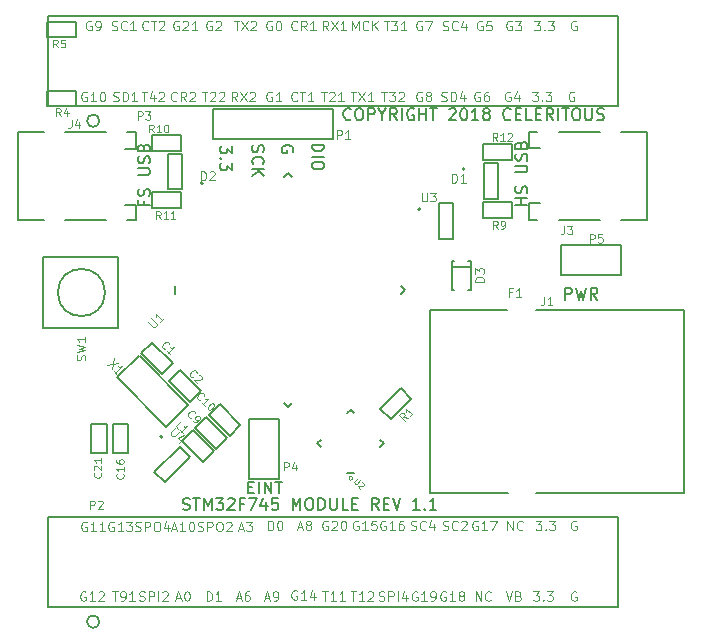
<source format=gto>
G04 #@! TF.FileFunction,Legend,Top*
%FSLAX46Y46*%
G04 Gerber Fmt 4.6, Leading zero omitted, Abs format (unit mm)*
G04 Created by KiCad (PCBNEW 4.0.7) date 04/11/18 17:00:27*
%MOMM*%
%LPD*%
G01*
G04 APERTURE LIST*
%ADD10C,0.100000*%
%ADD11C,0.120000*%
%ADD12C,0.150000*%
%ADD13C,0.200000*%
%ADD14C,0.127000*%
%ADD15C,0.097500*%
%ADD16C,0.075000*%
G04 APERTURE END LIST*
D10*
D11*
X37247619Y7200000D02*
X37171428Y7238095D01*
X37057143Y7238095D01*
X36942857Y7200000D01*
X36866666Y7123810D01*
X36828571Y7047619D01*
X36790476Y6895238D01*
X36790476Y6780952D01*
X36828571Y6628571D01*
X36866666Y6552381D01*
X36942857Y6476190D01*
X37057143Y6438095D01*
X37133333Y6438095D01*
X37247619Y6476190D01*
X37285714Y6514286D01*
X37285714Y6780952D01*
X37133333Y6780952D01*
X38047619Y6438095D02*
X37590476Y6438095D01*
X37819047Y6438095D02*
X37819047Y7238095D01*
X37742857Y7123810D01*
X37666666Y7047619D01*
X37590476Y7009524D01*
X38314286Y7238095D02*
X38847619Y7238095D01*
X38504762Y6438095D01*
X4047619Y1200000D02*
X3971428Y1238095D01*
X3857143Y1238095D01*
X3742857Y1200000D01*
X3666666Y1123810D01*
X3628571Y1047619D01*
X3590476Y895238D01*
X3590476Y780952D01*
X3628571Y628571D01*
X3666666Y552381D01*
X3742857Y476190D01*
X3857143Y438095D01*
X3933333Y438095D01*
X4047619Y476190D01*
X4085714Y514286D01*
X4085714Y780952D01*
X3933333Y780952D01*
X4847619Y438095D02*
X4390476Y438095D01*
X4619047Y438095D02*
X4619047Y1238095D01*
X4542857Y1123810D01*
X4466666Y1047619D01*
X4390476Y1009524D01*
X5152381Y1161905D02*
X5190476Y1200000D01*
X5266667Y1238095D01*
X5457143Y1238095D01*
X5533333Y1200000D01*
X5571429Y1161905D01*
X5609524Y1085714D01*
X5609524Y1009524D01*
X5571429Y895238D01*
X5114286Y438095D01*
X5609524Y438095D01*
X6309523Y1238095D02*
X6766666Y1238095D01*
X6538095Y438095D02*
X6538095Y1238095D01*
X7071428Y438095D02*
X7223809Y438095D01*
X7300000Y476190D01*
X7338095Y514286D01*
X7414286Y628571D01*
X7452381Y780952D01*
X7452381Y1085714D01*
X7414286Y1161905D01*
X7376190Y1200000D01*
X7300000Y1238095D01*
X7147619Y1238095D01*
X7071428Y1200000D01*
X7033333Y1161905D01*
X6995238Y1085714D01*
X6995238Y895238D01*
X7033333Y819048D01*
X7071428Y780952D01*
X7147619Y742857D01*
X7300000Y742857D01*
X7376190Y780952D01*
X7414286Y819048D01*
X7452381Y895238D01*
X8214286Y438095D02*
X7757143Y438095D01*
X7985714Y438095D02*
X7985714Y1238095D01*
X7909524Y1123810D01*
X7833333Y1047619D01*
X7757143Y1009524D01*
X8600000Y476190D02*
X8714286Y438095D01*
X8904762Y438095D01*
X8980952Y476190D01*
X9019048Y514286D01*
X9057143Y590476D01*
X9057143Y666667D01*
X9019048Y742857D01*
X8980952Y780952D01*
X8904762Y819048D01*
X8752381Y857143D01*
X8676190Y895238D01*
X8638095Y933333D01*
X8600000Y1009524D01*
X8600000Y1085714D01*
X8638095Y1161905D01*
X8676190Y1200000D01*
X8752381Y1238095D01*
X8942857Y1238095D01*
X9057143Y1200000D01*
X9400000Y438095D02*
X9400000Y1238095D01*
X9704762Y1238095D01*
X9780953Y1200000D01*
X9819048Y1161905D01*
X9857143Y1085714D01*
X9857143Y971429D01*
X9819048Y895238D01*
X9780953Y857143D01*
X9704762Y819048D01*
X9400000Y819048D01*
X10200000Y438095D02*
X10200000Y1238095D01*
X10542857Y1161905D02*
X10580952Y1200000D01*
X10657143Y1238095D01*
X10847619Y1238095D01*
X10923809Y1200000D01*
X10961905Y1161905D01*
X11000000Y1085714D01*
X11000000Y1009524D01*
X10961905Y895238D01*
X10504762Y438095D01*
X11000000Y438095D01*
X11728572Y666667D02*
X12109524Y666667D01*
X11652381Y438095D02*
X11919048Y1238095D01*
X12185715Y438095D01*
X12604762Y1238095D02*
X12680953Y1238095D01*
X12757143Y1200000D01*
X12795238Y1161905D01*
X12833334Y1085714D01*
X12871429Y933333D01*
X12871429Y742857D01*
X12833334Y590476D01*
X12795238Y514286D01*
X12757143Y476190D01*
X12680953Y438095D01*
X12604762Y438095D01*
X12528572Y476190D01*
X12490476Y514286D01*
X12452381Y590476D01*
X12414286Y742857D01*
X12414286Y933333D01*
X12452381Y1085714D01*
X12490476Y1161905D01*
X12528572Y1200000D01*
X12604762Y1238095D01*
X14309524Y438095D02*
X14309524Y1238095D01*
X14500000Y1238095D01*
X14614286Y1200000D01*
X14690477Y1123810D01*
X14728572Y1047619D01*
X14766667Y895238D01*
X14766667Y780952D01*
X14728572Y628571D01*
X14690477Y552381D01*
X14614286Y476190D01*
X14500000Y438095D01*
X14309524Y438095D01*
X15528572Y438095D02*
X15071429Y438095D01*
X15300000Y438095D02*
X15300000Y1238095D01*
X15223810Y1123810D01*
X15147619Y1047619D01*
X15071429Y1009524D01*
X16828572Y666667D02*
X17209524Y666667D01*
X16752381Y438095D02*
X17019048Y1238095D01*
X17285715Y438095D01*
X17895238Y1238095D02*
X17742857Y1238095D01*
X17666667Y1200000D01*
X17628572Y1161905D01*
X17552381Y1047619D01*
X17514286Y895238D01*
X17514286Y590476D01*
X17552381Y514286D01*
X17590476Y476190D01*
X17666667Y438095D01*
X17819048Y438095D01*
X17895238Y476190D01*
X17933334Y514286D01*
X17971429Y590476D01*
X17971429Y780952D01*
X17933334Y857143D01*
X17895238Y895238D01*
X17819048Y933333D01*
X17666667Y933333D01*
X17590476Y895238D01*
X17552381Y857143D01*
X17514286Y780952D01*
X19228572Y666667D02*
X19609524Y666667D01*
X19152381Y438095D02*
X19419048Y1238095D01*
X19685715Y438095D01*
X19990476Y438095D02*
X20142857Y438095D01*
X20219048Y476190D01*
X20257143Y514286D01*
X20333334Y628571D01*
X20371429Y780952D01*
X20371429Y1085714D01*
X20333334Y1161905D01*
X20295238Y1200000D01*
X20219048Y1238095D01*
X20066667Y1238095D01*
X19990476Y1200000D01*
X19952381Y1161905D01*
X19914286Y1085714D01*
X19914286Y895238D01*
X19952381Y819048D01*
X19990476Y780952D01*
X20066667Y742857D01*
X20219048Y742857D01*
X20295238Y780952D01*
X20333334Y819048D01*
X20371429Y895238D01*
X21947619Y1300000D02*
X21871428Y1338095D01*
X21757143Y1338095D01*
X21642857Y1300000D01*
X21566666Y1223810D01*
X21528571Y1147619D01*
X21490476Y995238D01*
X21490476Y880952D01*
X21528571Y728571D01*
X21566666Y652381D01*
X21642857Y576190D01*
X21757143Y538095D01*
X21833333Y538095D01*
X21947619Y576190D01*
X21985714Y614286D01*
X21985714Y880952D01*
X21833333Y880952D01*
X22747619Y538095D02*
X22290476Y538095D01*
X22519047Y538095D02*
X22519047Y1338095D01*
X22442857Y1223810D01*
X22366666Y1147619D01*
X22290476Y1109524D01*
X23433333Y1071429D02*
X23433333Y538095D01*
X23242857Y1376190D02*
X23052381Y804762D01*
X23547619Y804762D01*
X24109523Y1238095D02*
X24566666Y1238095D01*
X24338095Y438095D02*
X24338095Y1238095D01*
X25252381Y438095D02*
X24795238Y438095D01*
X25023809Y438095D02*
X25023809Y1238095D01*
X24947619Y1123810D01*
X24871428Y1047619D01*
X24795238Y1009524D01*
X26014286Y438095D02*
X25557143Y438095D01*
X25785714Y438095D02*
X25785714Y1238095D01*
X25709524Y1123810D01*
X25633333Y1047619D01*
X25557143Y1009524D01*
X26509523Y1238095D02*
X26966666Y1238095D01*
X26738095Y438095D02*
X26738095Y1238095D01*
X27652381Y438095D02*
X27195238Y438095D01*
X27423809Y438095D02*
X27423809Y1238095D01*
X27347619Y1123810D01*
X27271428Y1047619D01*
X27195238Y1009524D01*
X27957143Y1161905D02*
X27995238Y1200000D01*
X28071429Y1238095D01*
X28261905Y1238095D01*
X28338095Y1200000D01*
X28376191Y1161905D01*
X28414286Y1085714D01*
X28414286Y1009524D01*
X28376191Y895238D01*
X27919048Y438095D01*
X28414286Y438095D01*
X28900000Y476190D02*
X29014286Y438095D01*
X29204762Y438095D01*
X29280952Y476190D01*
X29319048Y514286D01*
X29357143Y590476D01*
X29357143Y666667D01*
X29319048Y742857D01*
X29280952Y780952D01*
X29204762Y819048D01*
X29052381Y857143D01*
X28976190Y895238D01*
X28938095Y933333D01*
X28900000Y1009524D01*
X28900000Y1085714D01*
X28938095Y1161905D01*
X28976190Y1200000D01*
X29052381Y1238095D01*
X29242857Y1238095D01*
X29357143Y1200000D01*
X29700000Y438095D02*
X29700000Y1238095D01*
X30004762Y1238095D01*
X30080953Y1200000D01*
X30119048Y1161905D01*
X30157143Y1085714D01*
X30157143Y971429D01*
X30119048Y895238D01*
X30080953Y857143D01*
X30004762Y819048D01*
X29700000Y819048D01*
X30500000Y438095D02*
X30500000Y1238095D01*
X31223809Y971429D02*
X31223809Y438095D01*
X31033333Y1276190D02*
X30842857Y704762D01*
X31338095Y704762D01*
X32147619Y1200000D02*
X32071428Y1238095D01*
X31957143Y1238095D01*
X31842857Y1200000D01*
X31766666Y1123810D01*
X31728571Y1047619D01*
X31690476Y895238D01*
X31690476Y780952D01*
X31728571Y628571D01*
X31766666Y552381D01*
X31842857Y476190D01*
X31957143Y438095D01*
X32033333Y438095D01*
X32147619Y476190D01*
X32185714Y514286D01*
X32185714Y780952D01*
X32033333Y780952D01*
X32947619Y438095D02*
X32490476Y438095D01*
X32719047Y438095D02*
X32719047Y1238095D01*
X32642857Y1123810D01*
X32566666Y1047619D01*
X32490476Y1009524D01*
X33328571Y438095D02*
X33480952Y438095D01*
X33557143Y476190D01*
X33595238Y514286D01*
X33671429Y628571D01*
X33709524Y780952D01*
X33709524Y1085714D01*
X33671429Y1161905D01*
X33633333Y1200000D01*
X33557143Y1238095D01*
X33404762Y1238095D01*
X33328571Y1200000D01*
X33290476Y1161905D01*
X33252381Y1085714D01*
X33252381Y895238D01*
X33290476Y819048D01*
X33328571Y780952D01*
X33404762Y742857D01*
X33557143Y742857D01*
X33633333Y780952D01*
X33671429Y819048D01*
X33709524Y895238D01*
X37071429Y438095D02*
X37071429Y1238095D01*
X37528572Y438095D01*
X37528572Y1238095D01*
X38366667Y514286D02*
X38328572Y476190D01*
X38214286Y438095D01*
X38138096Y438095D01*
X38023810Y476190D01*
X37947619Y552381D01*
X37909524Y628571D01*
X37871429Y780952D01*
X37871429Y895238D01*
X37909524Y1047619D01*
X37947619Y1123810D01*
X38023810Y1200000D01*
X38138096Y1238095D01*
X38214286Y1238095D01*
X38328572Y1200000D01*
X38366667Y1161905D01*
X39633333Y1238095D02*
X39900000Y438095D01*
X40166667Y1238095D01*
X40700000Y857143D02*
X40814286Y819048D01*
X40852381Y780952D01*
X40890476Y704762D01*
X40890476Y590476D01*
X40852381Y514286D01*
X40814286Y476190D01*
X40738095Y438095D01*
X40433333Y438095D01*
X40433333Y1238095D01*
X40700000Y1238095D01*
X40776190Y1200000D01*
X40814286Y1161905D01*
X40852381Y1085714D01*
X40852381Y1009524D01*
X40814286Y933333D01*
X40776190Y895238D01*
X40700000Y857143D01*
X40433333Y857143D01*
X41961905Y1238095D02*
X42457143Y1238095D01*
X42190476Y933333D01*
X42304762Y933333D01*
X42380952Y895238D01*
X42419048Y857143D01*
X42457143Y780952D01*
X42457143Y590476D01*
X42419048Y514286D01*
X42380952Y476190D01*
X42304762Y438095D01*
X42076190Y438095D01*
X42000000Y476190D01*
X41961905Y514286D01*
X42800000Y514286D02*
X42838095Y476190D01*
X42800000Y438095D01*
X42761905Y476190D01*
X42800000Y514286D01*
X42800000Y438095D01*
X43104762Y1238095D02*
X43600000Y1238095D01*
X43333333Y933333D01*
X43447619Y933333D01*
X43523809Y895238D01*
X43561905Y857143D01*
X43600000Y780952D01*
X43600000Y590476D01*
X43561905Y514286D01*
X43523809Y476190D01*
X43447619Y438095D01*
X43219047Y438095D01*
X43142857Y476190D01*
X43104762Y514286D01*
X45609524Y1200000D02*
X45533333Y1238095D01*
X45419048Y1238095D01*
X45304762Y1200000D01*
X45228571Y1123810D01*
X45190476Y1047619D01*
X45152381Y895238D01*
X45152381Y780952D01*
X45190476Y628571D01*
X45228571Y552381D01*
X45304762Y476190D01*
X45419048Y438095D01*
X45495238Y438095D01*
X45609524Y476190D01*
X45647619Y514286D01*
X45647619Y780952D01*
X45495238Y780952D01*
X39771429Y6438095D02*
X39771429Y7238095D01*
X40228572Y6438095D01*
X40228572Y7238095D01*
X41066667Y6514286D02*
X41028572Y6476190D01*
X40914286Y6438095D01*
X40838096Y6438095D01*
X40723810Y6476190D01*
X40647619Y6552381D01*
X40609524Y6628571D01*
X40571429Y6780952D01*
X40571429Y6895238D01*
X40609524Y7047619D01*
X40647619Y7123810D01*
X40723810Y7200000D01*
X40838096Y7238095D01*
X40914286Y7238095D01*
X41028572Y7200000D01*
X41066667Y7161905D01*
X4147619Y7100000D02*
X4071428Y7138095D01*
X3957143Y7138095D01*
X3842857Y7100000D01*
X3766666Y7023810D01*
X3728571Y6947619D01*
X3690476Y6795238D01*
X3690476Y6680952D01*
X3728571Y6528571D01*
X3766666Y6452381D01*
X3842857Y6376190D01*
X3957143Y6338095D01*
X4033333Y6338095D01*
X4147619Y6376190D01*
X4185714Y6414286D01*
X4185714Y6680952D01*
X4033333Y6680952D01*
X4947619Y6338095D02*
X4490476Y6338095D01*
X4719047Y6338095D02*
X4719047Y7138095D01*
X4642857Y7023810D01*
X4566666Y6947619D01*
X4490476Y6909524D01*
X5709524Y6338095D02*
X5252381Y6338095D01*
X5480952Y6338095D02*
X5480952Y7138095D01*
X5404762Y7023810D01*
X5328571Y6947619D01*
X5252381Y6909524D01*
X6447619Y7100000D02*
X6371428Y7138095D01*
X6257143Y7138095D01*
X6142857Y7100000D01*
X6066666Y7023810D01*
X6028571Y6947619D01*
X5990476Y6795238D01*
X5990476Y6680952D01*
X6028571Y6528571D01*
X6066666Y6452381D01*
X6142857Y6376190D01*
X6257143Y6338095D01*
X6333333Y6338095D01*
X6447619Y6376190D01*
X6485714Y6414286D01*
X6485714Y6680952D01*
X6333333Y6680952D01*
X7247619Y6338095D02*
X6790476Y6338095D01*
X7019047Y6338095D02*
X7019047Y7138095D01*
X6942857Y7023810D01*
X6866666Y6947619D01*
X6790476Y6909524D01*
X7514286Y7138095D02*
X8009524Y7138095D01*
X7742857Y6833333D01*
X7857143Y6833333D01*
X7933333Y6795238D01*
X7971429Y6757143D01*
X8009524Y6680952D01*
X8009524Y6490476D01*
X7971429Y6414286D01*
X7933333Y6376190D01*
X7857143Y6338095D01*
X7628571Y6338095D01*
X7552381Y6376190D01*
X7514286Y6414286D01*
X8271429Y6376190D02*
X8385715Y6338095D01*
X8576191Y6338095D01*
X8652381Y6376190D01*
X8690477Y6414286D01*
X8728572Y6490476D01*
X8728572Y6566667D01*
X8690477Y6642857D01*
X8652381Y6680952D01*
X8576191Y6719048D01*
X8423810Y6757143D01*
X8347619Y6795238D01*
X8309524Y6833333D01*
X8271429Y6909524D01*
X8271429Y6985714D01*
X8309524Y7061905D01*
X8347619Y7100000D01*
X8423810Y7138095D01*
X8614286Y7138095D01*
X8728572Y7100000D01*
X9071429Y6338095D02*
X9071429Y7138095D01*
X9376191Y7138095D01*
X9452382Y7100000D01*
X9490477Y7061905D01*
X9528572Y6985714D01*
X9528572Y6871429D01*
X9490477Y6795238D01*
X9452382Y6757143D01*
X9376191Y6719048D01*
X9071429Y6719048D01*
X10023810Y7138095D02*
X10176191Y7138095D01*
X10252382Y7100000D01*
X10328572Y7023810D01*
X10366667Y6871429D01*
X10366667Y6604762D01*
X10328572Y6452381D01*
X10252382Y6376190D01*
X10176191Y6338095D01*
X10023810Y6338095D01*
X9947620Y6376190D01*
X9871429Y6452381D01*
X9833334Y6604762D01*
X9833334Y6871429D01*
X9871429Y7023810D01*
X9947620Y7100000D01*
X10023810Y7138095D01*
X11052381Y6871429D02*
X11052381Y6338095D01*
X10861905Y7176190D02*
X10671429Y6604762D01*
X11166667Y6604762D01*
X11347619Y6566667D02*
X11728571Y6566667D01*
X11271428Y6338095D02*
X11538095Y7138095D01*
X11804762Y6338095D01*
X12490476Y6338095D02*
X12033333Y6338095D01*
X12261904Y6338095D02*
X12261904Y7138095D01*
X12185714Y7023810D01*
X12109523Y6947619D01*
X12033333Y6909524D01*
X12985714Y7138095D02*
X13061905Y7138095D01*
X13138095Y7100000D01*
X13176190Y7061905D01*
X13214286Y6985714D01*
X13252381Y6833333D01*
X13252381Y6642857D01*
X13214286Y6490476D01*
X13176190Y6414286D01*
X13138095Y6376190D01*
X13061905Y6338095D01*
X12985714Y6338095D01*
X12909524Y6376190D01*
X12871428Y6414286D01*
X12833333Y6490476D01*
X12795238Y6642857D01*
X12795238Y6833333D01*
X12833333Y6985714D01*
X12871428Y7061905D01*
X12909524Y7100000D01*
X12985714Y7138095D01*
X13571429Y6376190D02*
X13685715Y6338095D01*
X13876191Y6338095D01*
X13952381Y6376190D01*
X13990477Y6414286D01*
X14028572Y6490476D01*
X14028572Y6566667D01*
X13990477Y6642857D01*
X13952381Y6680952D01*
X13876191Y6719048D01*
X13723810Y6757143D01*
X13647619Y6795238D01*
X13609524Y6833333D01*
X13571429Y6909524D01*
X13571429Y6985714D01*
X13609524Y7061905D01*
X13647619Y7100000D01*
X13723810Y7138095D01*
X13914286Y7138095D01*
X14028572Y7100000D01*
X14371429Y6338095D02*
X14371429Y7138095D01*
X14676191Y7138095D01*
X14752382Y7100000D01*
X14790477Y7061905D01*
X14828572Y6985714D01*
X14828572Y6871429D01*
X14790477Y6795238D01*
X14752382Y6757143D01*
X14676191Y6719048D01*
X14371429Y6719048D01*
X15323810Y7138095D02*
X15476191Y7138095D01*
X15552382Y7100000D01*
X15628572Y7023810D01*
X15666667Y6871429D01*
X15666667Y6604762D01*
X15628572Y6452381D01*
X15552382Y6376190D01*
X15476191Y6338095D01*
X15323810Y6338095D01*
X15247620Y6376190D01*
X15171429Y6452381D01*
X15133334Y6604762D01*
X15133334Y6871429D01*
X15171429Y7023810D01*
X15247620Y7100000D01*
X15323810Y7138095D01*
X15971429Y7061905D02*
X16009524Y7100000D01*
X16085715Y7138095D01*
X16276191Y7138095D01*
X16352381Y7100000D01*
X16390477Y7061905D01*
X16428572Y6985714D01*
X16428572Y6909524D01*
X16390477Y6795238D01*
X15933334Y6338095D01*
X16428572Y6338095D01*
X17028572Y6566667D02*
X17409524Y6566667D01*
X16952381Y6338095D02*
X17219048Y7138095D01*
X17485715Y6338095D01*
X17676191Y7138095D02*
X18171429Y7138095D01*
X17904762Y6833333D01*
X18019048Y6833333D01*
X18095238Y6795238D01*
X18133334Y6757143D01*
X18171429Y6680952D01*
X18171429Y6490476D01*
X18133334Y6414286D01*
X18095238Y6376190D01*
X18019048Y6338095D01*
X17790476Y6338095D01*
X17714286Y6376190D01*
X17676191Y6414286D01*
X19509524Y6438095D02*
X19509524Y7238095D01*
X19700000Y7238095D01*
X19814286Y7200000D01*
X19890477Y7123810D01*
X19928572Y7047619D01*
X19966667Y6895238D01*
X19966667Y6780952D01*
X19928572Y6628571D01*
X19890477Y6552381D01*
X19814286Y6476190D01*
X19700000Y6438095D01*
X19509524Y6438095D01*
X20461905Y7238095D02*
X20538096Y7238095D01*
X20614286Y7200000D01*
X20652381Y7161905D01*
X20690477Y7085714D01*
X20728572Y6933333D01*
X20728572Y6742857D01*
X20690477Y6590476D01*
X20652381Y6514286D01*
X20614286Y6476190D01*
X20538096Y6438095D01*
X20461905Y6438095D01*
X20385715Y6476190D01*
X20347619Y6514286D01*
X20309524Y6590476D01*
X20271429Y6742857D01*
X20271429Y6933333D01*
X20309524Y7085714D01*
X20347619Y7161905D01*
X20385715Y7200000D01*
X20461905Y7238095D01*
X22028572Y6666667D02*
X22409524Y6666667D01*
X21952381Y6438095D02*
X22219048Y7238095D01*
X22485715Y6438095D01*
X22866667Y6895238D02*
X22790476Y6933333D01*
X22752381Y6971429D01*
X22714286Y7047619D01*
X22714286Y7085714D01*
X22752381Y7161905D01*
X22790476Y7200000D01*
X22866667Y7238095D01*
X23019048Y7238095D01*
X23095238Y7200000D01*
X23133334Y7161905D01*
X23171429Y7085714D01*
X23171429Y7047619D01*
X23133334Y6971429D01*
X23095238Y6933333D01*
X23019048Y6895238D01*
X22866667Y6895238D01*
X22790476Y6857143D01*
X22752381Y6819048D01*
X22714286Y6742857D01*
X22714286Y6590476D01*
X22752381Y6514286D01*
X22790476Y6476190D01*
X22866667Y6438095D01*
X23019048Y6438095D01*
X23095238Y6476190D01*
X23133334Y6514286D01*
X23171429Y6590476D01*
X23171429Y6742857D01*
X23133334Y6819048D01*
X23095238Y6857143D01*
X23019048Y6895238D01*
X24547619Y7200000D02*
X24471428Y7238095D01*
X24357143Y7238095D01*
X24242857Y7200000D01*
X24166666Y7123810D01*
X24128571Y7047619D01*
X24090476Y6895238D01*
X24090476Y6780952D01*
X24128571Y6628571D01*
X24166666Y6552381D01*
X24242857Y6476190D01*
X24357143Y6438095D01*
X24433333Y6438095D01*
X24547619Y6476190D01*
X24585714Y6514286D01*
X24585714Y6780952D01*
X24433333Y6780952D01*
X24890476Y7161905D02*
X24928571Y7200000D01*
X25004762Y7238095D01*
X25195238Y7238095D01*
X25271428Y7200000D01*
X25309524Y7161905D01*
X25347619Y7085714D01*
X25347619Y7009524D01*
X25309524Y6895238D01*
X24852381Y6438095D01*
X25347619Y6438095D01*
X25842857Y7238095D02*
X25919048Y7238095D01*
X25995238Y7200000D01*
X26033333Y7161905D01*
X26071429Y7085714D01*
X26109524Y6933333D01*
X26109524Y6742857D01*
X26071429Y6590476D01*
X26033333Y6514286D01*
X25995238Y6476190D01*
X25919048Y6438095D01*
X25842857Y6438095D01*
X25766667Y6476190D01*
X25728571Y6514286D01*
X25690476Y6590476D01*
X25652381Y6742857D01*
X25652381Y6933333D01*
X25690476Y7085714D01*
X25728571Y7161905D01*
X25766667Y7200000D01*
X25842857Y7238095D01*
X27147619Y7200000D02*
X27071428Y7238095D01*
X26957143Y7238095D01*
X26842857Y7200000D01*
X26766666Y7123810D01*
X26728571Y7047619D01*
X26690476Y6895238D01*
X26690476Y6780952D01*
X26728571Y6628571D01*
X26766666Y6552381D01*
X26842857Y6476190D01*
X26957143Y6438095D01*
X27033333Y6438095D01*
X27147619Y6476190D01*
X27185714Y6514286D01*
X27185714Y6780952D01*
X27033333Y6780952D01*
X27947619Y6438095D02*
X27490476Y6438095D01*
X27719047Y6438095D02*
X27719047Y7238095D01*
X27642857Y7123810D01*
X27566666Y7047619D01*
X27490476Y7009524D01*
X28671429Y7238095D02*
X28290476Y7238095D01*
X28252381Y6857143D01*
X28290476Y6895238D01*
X28366667Y6933333D01*
X28557143Y6933333D01*
X28633333Y6895238D01*
X28671429Y6857143D01*
X28709524Y6780952D01*
X28709524Y6590476D01*
X28671429Y6514286D01*
X28633333Y6476190D01*
X28557143Y6438095D01*
X28366667Y6438095D01*
X28290476Y6476190D01*
X28252381Y6514286D01*
X29447619Y7200000D02*
X29371428Y7238095D01*
X29257143Y7238095D01*
X29142857Y7200000D01*
X29066666Y7123810D01*
X29028571Y7047619D01*
X28990476Y6895238D01*
X28990476Y6780952D01*
X29028571Y6628571D01*
X29066666Y6552381D01*
X29142857Y6476190D01*
X29257143Y6438095D01*
X29333333Y6438095D01*
X29447619Y6476190D01*
X29485714Y6514286D01*
X29485714Y6780952D01*
X29333333Y6780952D01*
X30247619Y6438095D02*
X29790476Y6438095D01*
X30019047Y6438095D02*
X30019047Y7238095D01*
X29942857Y7123810D01*
X29866666Y7047619D01*
X29790476Y7009524D01*
X30933333Y7238095D02*
X30780952Y7238095D01*
X30704762Y7200000D01*
X30666667Y7161905D01*
X30590476Y7047619D01*
X30552381Y6895238D01*
X30552381Y6590476D01*
X30590476Y6514286D01*
X30628571Y6476190D01*
X30704762Y6438095D01*
X30857143Y6438095D01*
X30933333Y6476190D01*
X30971429Y6514286D01*
X31009524Y6590476D01*
X31009524Y6780952D01*
X30971429Y6857143D01*
X30933333Y6895238D01*
X30857143Y6933333D01*
X30704762Y6933333D01*
X30628571Y6895238D01*
X30590476Y6857143D01*
X30552381Y6780952D01*
X31590476Y6476190D02*
X31704762Y6438095D01*
X31895238Y6438095D01*
X31971428Y6476190D01*
X32009524Y6514286D01*
X32047619Y6590476D01*
X32047619Y6666667D01*
X32009524Y6742857D01*
X31971428Y6780952D01*
X31895238Y6819048D01*
X31742857Y6857143D01*
X31666666Y6895238D01*
X31628571Y6933333D01*
X31590476Y7009524D01*
X31590476Y7085714D01*
X31628571Y7161905D01*
X31666666Y7200000D01*
X31742857Y7238095D01*
X31933333Y7238095D01*
X32047619Y7200000D01*
X32847619Y6514286D02*
X32809524Y6476190D01*
X32695238Y6438095D01*
X32619048Y6438095D01*
X32504762Y6476190D01*
X32428571Y6552381D01*
X32390476Y6628571D01*
X32352381Y6780952D01*
X32352381Y6895238D01*
X32390476Y7047619D01*
X32428571Y7123810D01*
X32504762Y7200000D01*
X32619048Y7238095D01*
X32695238Y7238095D01*
X32809524Y7200000D01*
X32847619Y7161905D01*
X33533333Y6971429D02*
X33533333Y6438095D01*
X33342857Y7276190D02*
X33152381Y6704762D01*
X33647619Y6704762D01*
X34547619Y1200000D02*
X34471428Y1238095D01*
X34357143Y1238095D01*
X34242857Y1200000D01*
X34166666Y1123810D01*
X34128571Y1047619D01*
X34090476Y895238D01*
X34090476Y780952D01*
X34128571Y628571D01*
X34166666Y552381D01*
X34242857Y476190D01*
X34357143Y438095D01*
X34433333Y438095D01*
X34547619Y476190D01*
X34585714Y514286D01*
X34585714Y780952D01*
X34433333Y780952D01*
X35347619Y438095D02*
X34890476Y438095D01*
X35119047Y438095D02*
X35119047Y1238095D01*
X35042857Y1123810D01*
X34966666Y1047619D01*
X34890476Y1009524D01*
X35804762Y895238D02*
X35728571Y933333D01*
X35690476Y971429D01*
X35652381Y1047619D01*
X35652381Y1085714D01*
X35690476Y1161905D01*
X35728571Y1200000D01*
X35804762Y1238095D01*
X35957143Y1238095D01*
X36033333Y1200000D01*
X36071429Y1161905D01*
X36109524Y1085714D01*
X36109524Y1047619D01*
X36071429Y971429D01*
X36033333Y933333D01*
X35957143Y895238D01*
X35804762Y895238D01*
X35728571Y857143D01*
X35690476Y819048D01*
X35652381Y742857D01*
X35652381Y590476D01*
X35690476Y514286D01*
X35728571Y476190D01*
X35804762Y438095D01*
X35957143Y438095D01*
X36033333Y476190D01*
X36071429Y514286D01*
X36109524Y590476D01*
X36109524Y742857D01*
X36071429Y819048D01*
X36033333Y857143D01*
X35957143Y895238D01*
X34290476Y6476190D02*
X34404762Y6438095D01*
X34595238Y6438095D01*
X34671428Y6476190D01*
X34709524Y6514286D01*
X34747619Y6590476D01*
X34747619Y6666667D01*
X34709524Y6742857D01*
X34671428Y6780952D01*
X34595238Y6819048D01*
X34442857Y6857143D01*
X34366666Y6895238D01*
X34328571Y6933333D01*
X34290476Y7009524D01*
X34290476Y7085714D01*
X34328571Y7161905D01*
X34366666Y7200000D01*
X34442857Y7238095D01*
X34633333Y7238095D01*
X34747619Y7200000D01*
X35547619Y6514286D02*
X35509524Y6476190D01*
X35395238Y6438095D01*
X35319048Y6438095D01*
X35204762Y6476190D01*
X35128571Y6552381D01*
X35090476Y6628571D01*
X35052381Y6780952D01*
X35052381Y6895238D01*
X35090476Y7047619D01*
X35128571Y7123810D01*
X35204762Y7200000D01*
X35319048Y7238095D01*
X35395238Y7238095D01*
X35509524Y7200000D01*
X35547619Y7161905D01*
X35852381Y7161905D02*
X35890476Y7200000D01*
X35966667Y7238095D01*
X36157143Y7238095D01*
X36233333Y7200000D01*
X36271429Y7161905D01*
X36309524Y7085714D01*
X36309524Y7009524D01*
X36271429Y6895238D01*
X35814286Y6438095D01*
X36309524Y6438095D01*
X42161905Y7238095D02*
X42657143Y7238095D01*
X42390476Y6933333D01*
X42504762Y6933333D01*
X42580952Y6895238D01*
X42619048Y6857143D01*
X42657143Y6780952D01*
X42657143Y6590476D01*
X42619048Y6514286D01*
X42580952Y6476190D01*
X42504762Y6438095D01*
X42276190Y6438095D01*
X42200000Y6476190D01*
X42161905Y6514286D01*
X43000000Y6514286D02*
X43038095Y6476190D01*
X43000000Y6438095D01*
X42961905Y6476190D01*
X43000000Y6514286D01*
X43000000Y6438095D01*
X43304762Y7238095D02*
X43800000Y7238095D01*
X43533333Y6933333D01*
X43647619Y6933333D01*
X43723809Y6895238D01*
X43761905Y6857143D01*
X43800000Y6780952D01*
X43800000Y6590476D01*
X43761905Y6514286D01*
X43723809Y6476190D01*
X43647619Y6438095D01*
X43419047Y6438095D01*
X43342857Y6476190D01*
X43304762Y6514286D01*
X45609524Y7200000D02*
X45533333Y7238095D01*
X45419048Y7238095D01*
X45304762Y7200000D01*
X45228571Y7123810D01*
X45190476Y7047619D01*
X45152381Y6895238D01*
X45152381Y6780952D01*
X45190476Y6628571D01*
X45228571Y6552381D01*
X45304762Y6476190D01*
X45419048Y6438095D01*
X45495238Y6438095D01*
X45609524Y6476190D01*
X45647619Y6514286D01*
X45647619Y6780952D01*
X45495238Y6780952D01*
X4528572Y49500000D02*
X4452381Y49538095D01*
X4338096Y49538095D01*
X4223810Y49500000D01*
X4147619Y49423810D01*
X4109524Y49347619D01*
X4071429Y49195238D01*
X4071429Y49080952D01*
X4109524Y48928571D01*
X4147619Y48852381D01*
X4223810Y48776190D01*
X4338096Y48738095D01*
X4414286Y48738095D01*
X4528572Y48776190D01*
X4566667Y48814286D01*
X4566667Y49080952D01*
X4414286Y49080952D01*
X4947619Y48738095D02*
X5100000Y48738095D01*
X5176191Y48776190D01*
X5214286Y48814286D01*
X5290477Y48928571D01*
X5328572Y49080952D01*
X5328572Y49385714D01*
X5290477Y49461905D01*
X5252381Y49500000D01*
X5176191Y49538095D01*
X5023810Y49538095D01*
X4947619Y49500000D01*
X4909524Y49461905D01*
X4871429Y49385714D01*
X4871429Y49195238D01*
X4909524Y49119048D01*
X4947619Y49080952D01*
X5023810Y49042857D01*
X5176191Y49042857D01*
X5252381Y49080952D01*
X5290477Y49119048D01*
X5328572Y49195238D01*
X6290476Y48776190D02*
X6404762Y48738095D01*
X6595238Y48738095D01*
X6671428Y48776190D01*
X6709524Y48814286D01*
X6747619Y48890476D01*
X6747619Y48966667D01*
X6709524Y49042857D01*
X6671428Y49080952D01*
X6595238Y49119048D01*
X6442857Y49157143D01*
X6366666Y49195238D01*
X6328571Y49233333D01*
X6290476Y49309524D01*
X6290476Y49385714D01*
X6328571Y49461905D01*
X6366666Y49500000D01*
X6442857Y49538095D01*
X6633333Y49538095D01*
X6747619Y49500000D01*
X7547619Y48814286D02*
X7509524Y48776190D01*
X7395238Y48738095D01*
X7319048Y48738095D01*
X7204762Y48776190D01*
X7128571Y48852381D01*
X7090476Y48928571D01*
X7052381Y49080952D01*
X7052381Y49195238D01*
X7090476Y49347619D01*
X7128571Y49423810D01*
X7204762Y49500000D01*
X7319048Y49538095D01*
X7395238Y49538095D01*
X7509524Y49500000D01*
X7547619Y49461905D01*
X8309524Y48738095D02*
X7852381Y48738095D01*
X8080952Y48738095D02*
X8080952Y49538095D01*
X8004762Y49423810D01*
X7928571Y49347619D01*
X7852381Y49309524D01*
X9361905Y48814286D02*
X9323810Y48776190D01*
X9209524Y48738095D01*
X9133334Y48738095D01*
X9019048Y48776190D01*
X8942857Y48852381D01*
X8904762Y48928571D01*
X8866667Y49080952D01*
X8866667Y49195238D01*
X8904762Y49347619D01*
X8942857Y49423810D01*
X9019048Y49500000D01*
X9133334Y49538095D01*
X9209524Y49538095D01*
X9323810Y49500000D01*
X9361905Y49461905D01*
X9590476Y49538095D02*
X10047619Y49538095D01*
X9819048Y48738095D02*
X9819048Y49538095D01*
X10276191Y49461905D02*
X10314286Y49500000D01*
X10390477Y49538095D01*
X10580953Y49538095D01*
X10657143Y49500000D01*
X10695239Y49461905D01*
X10733334Y49385714D01*
X10733334Y49309524D01*
X10695239Y49195238D01*
X10238096Y48738095D01*
X10733334Y48738095D01*
X11947619Y49500000D02*
X11871428Y49538095D01*
X11757143Y49538095D01*
X11642857Y49500000D01*
X11566666Y49423810D01*
X11528571Y49347619D01*
X11490476Y49195238D01*
X11490476Y49080952D01*
X11528571Y48928571D01*
X11566666Y48852381D01*
X11642857Y48776190D01*
X11757143Y48738095D01*
X11833333Y48738095D01*
X11947619Y48776190D01*
X11985714Y48814286D01*
X11985714Y49080952D01*
X11833333Y49080952D01*
X12290476Y49461905D02*
X12328571Y49500000D01*
X12404762Y49538095D01*
X12595238Y49538095D01*
X12671428Y49500000D01*
X12709524Y49461905D01*
X12747619Y49385714D01*
X12747619Y49309524D01*
X12709524Y49195238D01*
X12252381Y48738095D01*
X12747619Y48738095D01*
X13509524Y48738095D02*
X13052381Y48738095D01*
X13280952Y48738095D02*
X13280952Y49538095D01*
X13204762Y49423810D01*
X13128571Y49347619D01*
X13052381Y49309524D01*
X14728572Y49500000D02*
X14652381Y49538095D01*
X14538096Y49538095D01*
X14423810Y49500000D01*
X14347619Y49423810D01*
X14309524Y49347619D01*
X14271429Y49195238D01*
X14271429Y49080952D01*
X14309524Y48928571D01*
X14347619Y48852381D01*
X14423810Y48776190D01*
X14538096Y48738095D01*
X14614286Y48738095D01*
X14728572Y48776190D01*
X14766667Y48814286D01*
X14766667Y49080952D01*
X14614286Y49080952D01*
X15071429Y49461905D02*
X15109524Y49500000D01*
X15185715Y49538095D01*
X15376191Y49538095D01*
X15452381Y49500000D01*
X15490477Y49461905D01*
X15528572Y49385714D01*
X15528572Y49309524D01*
X15490477Y49195238D01*
X15033334Y48738095D01*
X15528572Y48738095D01*
X16609523Y49538095D02*
X17066666Y49538095D01*
X16838095Y48738095D02*
X16838095Y49538095D01*
X17257143Y49538095D02*
X17790476Y48738095D01*
X17790476Y49538095D02*
X17257143Y48738095D01*
X18057143Y49461905D02*
X18095238Y49500000D01*
X18171429Y49538095D01*
X18361905Y49538095D01*
X18438095Y49500000D01*
X18476191Y49461905D01*
X18514286Y49385714D01*
X18514286Y49309524D01*
X18476191Y49195238D01*
X18019048Y48738095D01*
X18514286Y48738095D01*
X19828572Y49500000D02*
X19752381Y49538095D01*
X19638096Y49538095D01*
X19523810Y49500000D01*
X19447619Y49423810D01*
X19409524Y49347619D01*
X19371429Y49195238D01*
X19371429Y49080952D01*
X19409524Y48928571D01*
X19447619Y48852381D01*
X19523810Y48776190D01*
X19638096Y48738095D01*
X19714286Y48738095D01*
X19828572Y48776190D01*
X19866667Y48814286D01*
X19866667Y49080952D01*
X19714286Y49080952D01*
X20361905Y49538095D02*
X20438096Y49538095D01*
X20514286Y49500000D01*
X20552381Y49461905D01*
X20590477Y49385714D01*
X20628572Y49233333D01*
X20628572Y49042857D01*
X20590477Y48890476D01*
X20552381Y48814286D01*
X20514286Y48776190D01*
X20438096Y48738095D01*
X20361905Y48738095D01*
X20285715Y48776190D01*
X20247619Y48814286D01*
X20209524Y48890476D01*
X20171429Y49042857D01*
X20171429Y49233333D01*
X20209524Y49385714D01*
X20247619Y49461905D01*
X20285715Y49500000D01*
X20361905Y49538095D01*
X21966667Y48814286D02*
X21928572Y48776190D01*
X21814286Y48738095D01*
X21738096Y48738095D01*
X21623810Y48776190D01*
X21547619Y48852381D01*
X21509524Y48928571D01*
X21471429Y49080952D01*
X21471429Y49195238D01*
X21509524Y49347619D01*
X21547619Y49423810D01*
X21623810Y49500000D01*
X21738096Y49538095D01*
X21814286Y49538095D01*
X21928572Y49500000D01*
X21966667Y49461905D01*
X22766667Y48738095D02*
X22500000Y49119048D01*
X22309524Y48738095D02*
X22309524Y49538095D01*
X22614286Y49538095D01*
X22690477Y49500000D01*
X22728572Y49461905D01*
X22766667Y49385714D01*
X22766667Y49271429D01*
X22728572Y49195238D01*
X22690477Y49157143D01*
X22614286Y49119048D01*
X22309524Y49119048D01*
X23528572Y48738095D02*
X23071429Y48738095D01*
X23300000Y48738095D02*
X23300000Y49538095D01*
X23223810Y49423810D01*
X23147619Y49347619D01*
X23071429Y49309524D01*
X24585714Y48738095D02*
X24319047Y49119048D01*
X24128571Y48738095D02*
X24128571Y49538095D01*
X24433333Y49538095D01*
X24509524Y49500000D01*
X24547619Y49461905D01*
X24585714Y49385714D01*
X24585714Y49271429D01*
X24547619Y49195238D01*
X24509524Y49157143D01*
X24433333Y49119048D01*
X24128571Y49119048D01*
X24852381Y49538095D02*
X25385714Y48738095D01*
X25385714Y49538095D02*
X24852381Y48738095D01*
X26109524Y48738095D02*
X25652381Y48738095D01*
X25880952Y48738095D02*
X25880952Y49538095D01*
X25804762Y49423810D01*
X25728571Y49347619D01*
X25652381Y49309524D01*
X26633333Y48738095D02*
X26633333Y49538095D01*
X26900000Y48966667D01*
X27166667Y49538095D01*
X27166667Y48738095D01*
X28004762Y48814286D02*
X27966667Y48776190D01*
X27852381Y48738095D01*
X27776191Y48738095D01*
X27661905Y48776190D01*
X27585714Y48852381D01*
X27547619Y48928571D01*
X27509524Y49080952D01*
X27509524Y49195238D01*
X27547619Y49347619D01*
X27585714Y49423810D01*
X27661905Y49500000D01*
X27776191Y49538095D01*
X27852381Y49538095D01*
X27966667Y49500000D01*
X28004762Y49461905D01*
X28347619Y48738095D02*
X28347619Y49538095D01*
X28804762Y48738095D02*
X28461905Y49195238D01*
X28804762Y49538095D02*
X28347619Y49080952D01*
X29309523Y49538095D02*
X29766666Y49538095D01*
X29538095Y48738095D02*
X29538095Y49538095D01*
X29957143Y49538095D02*
X30452381Y49538095D01*
X30185714Y49233333D01*
X30300000Y49233333D01*
X30376190Y49195238D01*
X30414286Y49157143D01*
X30452381Y49080952D01*
X30452381Y48890476D01*
X30414286Y48814286D01*
X30376190Y48776190D01*
X30300000Y48738095D01*
X30071428Y48738095D01*
X29995238Y48776190D01*
X29957143Y48814286D01*
X31214286Y48738095D02*
X30757143Y48738095D01*
X30985714Y48738095D02*
X30985714Y49538095D01*
X30909524Y49423810D01*
X30833333Y49347619D01*
X30757143Y49309524D01*
X32528572Y49500000D02*
X32452381Y49538095D01*
X32338096Y49538095D01*
X32223810Y49500000D01*
X32147619Y49423810D01*
X32109524Y49347619D01*
X32071429Y49195238D01*
X32071429Y49080952D01*
X32109524Y48928571D01*
X32147619Y48852381D01*
X32223810Y48776190D01*
X32338096Y48738095D01*
X32414286Y48738095D01*
X32528572Y48776190D01*
X32566667Y48814286D01*
X32566667Y49080952D01*
X32414286Y49080952D01*
X32833334Y49538095D02*
X33366667Y49538095D01*
X33023810Y48738095D01*
X34290476Y48776190D02*
X34404762Y48738095D01*
X34595238Y48738095D01*
X34671428Y48776190D01*
X34709524Y48814286D01*
X34747619Y48890476D01*
X34747619Y48966667D01*
X34709524Y49042857D01*
X34671428Y49080952D01*
X34595238Y49119048D01*
X34442857Y49157143D01*
X34366666Y49195238D01*
X34328571Y49233333D01*
X34290476Y49309524D01*
X34290476Y49385714D01*
X34328571Y49461905D01*
X34366666Y49500000D01*
X34442857Y49538095D01*
X34633333Y49538095D01*
X34747619Y49500000D01*
X35547619Y48814286D02*
X35509524Y48776190D01*
X35395238Y48738095D01*
X35319048Y48738095D01*
X35204762Y48776190D01*
X35128571Y48852381D01*
X35090476Y48928571D01*
X35052381Y49080952D01*
X35052381Y49195238D01*
X35090476Y49347619D01*
X35128571Y49423810D01*
X35204762Y49500000D01*
X35319048Y49538095D01*
X35395238Y49538095D01*
X35509524Y49500000D01*
X35547619Y49461905D01*
X36233333Y49271429D02*
X36233333Y48738095D01*
X36042857Y49576190D02*
X35852381Y49004762D01*
X36347619Y49004762D01*
X37628572Y49500000D02*
X37552381Y49538095D01*
X37438096Y49538095D01*
X37323810Y49500000D01*
X37247619Y49423810D01*
X37209524Y49347619D01*
X37171429Y49195238D01*
X37171429Y49080952D01*
X37209524Y48928571D01*
X37247619Y48852381D01*
X37323810Y48776190D01*
X37438096Y48738095D01*
X37514286Y48738095D01*
X37628572Y48776190D01*
X37666667Y48814286D01*
X37666667Y49080952D01*
X37514286Y49080952D01*
X38390477Y49538095D02*
X38009524Y49538095D01*
X37971429Y49157143D01*
X38009524Y49195238D01*
X38085715Y49233333D01*
X38276191Y49233333D01*
X38352381Y49195238D01*
X38390477Y49157143D01*
X38428572Y49080952D01*
X38428572Y48890476D01*
X38390477Y48814286D01*
X38352381Y48776190D01*
X38276191Y48738095D01*
X38085715Y48738095D01*
X38009524Y48776190D01*
X37971429Y48814286D01*
X40128572Y49500000D02*
X40052381Y49538095D01*
X39938096Y49538095D01*
X39823810Y49500000D01*
X39747619Y49423810D01*
X39709524Y49347619D01*
X39671429Y49195238D01*
X39671429Y49080952D01*
X39709524Y48928571D01*
X39747619Y48852381D01*
X39823810Y48776190D01*
X39938096Y48738095D01*
X40014286Y48738095D01*
X40128572Y48776190D01*
X40166667Y48814286D01*
X40166667Y49080952D01*
X40014286Y49080952D01*
X40433334Y49538095D02*
X40928572Y49538095D01*
X40661905Y49233333D01*
X40776191Y49233333D01*
X40852381Y49195238D01*
X40890477Y49157143D01*
X40928572Y49080952D01*
X40928572Y48890476D01*
X40890477Y48814286D01*
X40852381Y48776190D01*
X40776191Y48738095D01*
X40547619Y48738095D01*
X40471429Y48776190D01*
X40433334Y48814286D01*
X4147619Y43500000D02*
X4071428Y43538095D01*
X3957143Y43538095D01*
X3842857Y43500000D01*
X3766666Y43423810D01*
X3728571Y43347619D01*
X3690476Y43195238D01*
X3690476Y43080952D01*
X3728571Y42928571D01*
X3766666Y42852381D01*
X3842857Y42776190D01*
X3957143Y42738095D01*
X4033333Y42738095D01*
X4147619Y42776190D01*
X4185714Y42814286D01*
X4185714Y43080952D01*
X4033333Y43080952D01*
X4947619Y42738095D02*
X4490476Y42738095D01*
X4719047Y42738095D02*
X4719047Y43538095D01*
X4642857Y43423810D01*
X4566666Y43347619D01*
X4490476Y43309524D01*
X5442857Y43538095D02*
X5519048Y43538095D01*
X5595238Y43500000D01*
X5633333Y43461905D01*
X5671429Y43385714D01*
X5709524Y43233333D01*
X5709524Y43042857D01*
X5671429Y42890476D01*
X5633333Y42814286D01*
X5595238Y42776190D01*
X5519048Y42738095D01*
X5442857Y42738095D01*
X5366667Y42776190D01*
X5328571Y42814286D01*
X5290476Y42890476D01*
X5252381Y43042857D01*
X5252381Y43233333D01*
X5290476Y43385714D01*
X5328571Y43461905D01*
X5366667Y43500000D01*
X5442857Y43538095D01*
X6390476Y42776190D02*
X6504762Y42738095D01*
X6695238Y42738095D01*
X6771428Y42776190D01*
X6809524Y42814286D01*
X6847619Y42890476D01*
X6847619Y42966667D01*
X6809524Y43042857D01*
X6771428Y43080952D01*
X6695238Y43119048D01*
X6542857Y43157143D01*
X6466666Y43195238D01*
X6428571Y43233333D01*
X6390476Y43309524D01*
X6390476Y43385714D01*
X6428571Y43461905D01*
X6466666Y43500000D01*
X6542857Y43538095D01*
X6733333Y43538095D01*
X6847619Y43500000D01*
X7190476Y42738095D02*
X7190476Y43538095D01*
X7380952Y43538095D01*
X7495238Y43500000D01*
X7571429Y43423810D01*
X7609524Y43347619D01*
X7647619Y43195238D01*
X7647619Y43080952D01*
X7609524Y42928571D01*
X7571429Y42852381D01*
X7495238Y42776190D01*
X7380952Y42738095D01*
X7190476Y42738095D01*
X8409524Y42738095D02*
X7952381Y42738095D01*
X8180952Y42738095D02*
X8180952Y43538095D01*
X8104762Y43423810D01*
X8028571Y43347619D01*
X7952381Y43309524D01*
X8809523Y43538095D02*
X9266666Y43538095D01*
X9038095Y42738095D02*
X9038095Y43538095D01*
X9876190Y43271429D02*
X9876190Y42738095D01*
X9685714Y43576190D02*
X9495238Y43004762D01*
X9990476Y43004762D01*
X10257143Y43461905D02*
X10295238Y43500000D01*
X10371429Y43538095D01*
X10561905Y43538095D01*
X10638095Y43500000D01*
X10676191Y43461905D01*
X10714286Y43385714D01*
X10714286Y43309524D01*
X10676191Y43195238D01*
X10219048Y42738095D01*
X10714286Y42738095D01*
X11766667Y42814286D02*
X11728572Y42776190D01*
X11614286Y42738095D01*
X11538096Y42738095D01*
X11423810Y42776190D01*
X11347619Y42852381D01*
X11309524Y42928571D01*
X11271429Y43080952D01*
X11271429Y43195238D01*
X11309524Y43347619D01*
X11347619Y43423810D01*
X11423810Y43500000D01*
X11538096Y43538095D01*
X11614286Y43538095D01*
X11728572Y43500000D01*
X11766667Y43461905D01*
X12566667Y42738095D02*
X12300000Y43119048D01*
X12109524Y42738095D02*
X12109524Y43538095D01*
X12414286Y43538095D01*
X12490477Y43500000D01*
X12528572Y43461905D01*
X12566667Y43385714D01*
X12566667Y43271429D01*
X12528572Y43195238D01*
X12490477Y43157143D01*
X12414286Y43119048D01*
X12109524Y43119048D01*
X12871429Y43461905D02*
X12909524Y43500000D01*
X12985715Y43538095D01*
X13176191Y43538095D01*
X13252381Y43500000D01*
X13290477Y43461905D01*
X13328572Y43385714D01*
X13328572Y43309524D01*
X13290477Y43195238D01*
X12833334Y42738095D01*
X13328572Y42738095D01*
X13909523Y43538095D02*
X14366666Y43538095D01*
X14138095Y42738095D02*
X14138095Y43538095D01*
X14595238Y43461905D02*
X14633333Y43500000D01*
X14709524Y43538095D01*
X14900000Y43538095D01*
X14976190Y43500000D01*
X15014286Y43461905D01*
X15052381Y43385714D01*
X15052381Y43309524D01*
X15014286Y43195238D01*
X14557143Y42738095D01*
X15052381Y42738095D01*
X15357143Y43461905D02*
X15395238Y43500000D01*
X15471429Y43538095D01*
X15661905Y43538095D01*
X15738095Y43500000D01*
X15776191Y43461905D01*
X15814286Y43385714D01*
X15814286Y43309524D01*
X15776191Y43195238D01*
X15319048Y42738095D01*
X15814286Y42738095D01*
X16885714Y42738095D02*
X16619047Y43119048D01*
X16428571Y42738095D02*
X16428571Y43538095D01*
X16733333Y43538095D01*
X16809524Y43500000D01*
X16847619Y43461905D01*
X16885714Y43385714D01*
X16885714Y43271429D01*
X16847619Y43195238D01*
X16809524Y43157143D01*
X16733333Y43119048D01*
X16428571Y43119048D01*
X17152381Y43538095D02*
X17685714Y42738095D01*
X17685714Y43538095D02*
X17152381Y42738095D01*
X17952381Y43461905D02*
X17990476Y43500000D01*
X18066667Y43538095D01*
X18257143Y43538095D01*
X18333333Y43500000D01*
X18371429Y43461905D01*
X18409524Y43385714D01*
X18409524Y43309524D01*
X18371429Y43195238D01*
X17914286Y42738095D01*
X18409524Y42738095D01*
X19828572Y43500000D02*
X19752381Y43538095D01*
X19638096Y43538095D01*
X19523810Y43500000D01*
X19447619Y43423810D01*
X19409524Y43347619D01*
X19371429Y43195238D01*
X19371429Y43080952D01*
X19409524Y42928571D01*
X19447619Y42852381D01*
X19523810Y42776190D01*
X19638096Y42738095D01*
X19714286Y42738095D01*
X19828572Y42776190D01*
X19866667Y42814286D01*
X19866667Y43080952D01*
X19714286Y43080952D01*
X20628572Y42738095D02*
X20171429Y42738095D01*
X20400000Y42738095D02*
X20400000Y43538095D01*
X20323810Y43423810D01*
X20247619Y43347619D01*
X20171429Y43309524D01*
X21961905Y42814286D02*
X21923810Y42776190D01*
X21809524Y42738095D01*
X21733334Y42738095D01*
X21619048Y42776190D01*
X21542857Y42852381D01*
X21504762Y42928571D01*
X21466667Y43080952D01*
X21466667Y43195238D01*
X21504762Y43347619D01*
X21542857Y43423810D01*
X21619048Y43500000D01*
X21733334Y43538095D01*
X21809524Y43538095D01*
X21923810Y43500000D01*
X21961905Y43461905D01*
X22190476Y43538095D02*
X22647619Y43538095D01*
X22419048Y42738095D02*
X22419048Y43538095D01*
X23333334Y42738095D02*
X22876191Y42738095D01*
X23104762Y42738095D02*
X23104762Y43538095D01*
X23028572Y43423810D01*
X22952381Y43347619D01*
X22876191Y43309524D01*
X24009523Y43538095D02*
X24466666Y43538095D01*
X24238095Y42738095D02*
X24238095Y43538095D01*
X24695238Y43461905D02*
X24733333Y43500000D01*
X24809524Y43538095D01*
X25000000Y43538095D01*
X25076190Y43500000D01*
X25114286Y43461905D01*
X25152381Y43385714D01*
X25152381Y43309524D01*
X25114286Y43195238D01*
X24657143Y42738095D01*
X25152381Y42738095D01*
X25914286Y42738095D02*
X25457143Y42738095D01*
X25685714Y42738095D02*
X25685714Y43538095D01*
X25609524Y43423810D01*
X25533333Y43347619D01*
X25457143Y43309524D01*
X26509523Y43538095D02*
X26966666Y43538095D01*
X26738095Y42738095D02*
X26738095Y43538095D01*
X27157143Y43538095D02*
X27690476Y42738095D01*
X27690476Y43538095D02*
X27157143Y42738095D01*
X28414286Y42738095D02*
X27957143Y42738095D01*
X28185714Y42738095D02*
X28185714Y43538095D01*
X28109524Y43423810D01*
X28033333Y43347619D01*
X27957143Y43309524D01*
X29109523Y43538095D02*
X29566666Y43538095D01*
X29338095Y42738095D02*
X29338095Y43538095D01*
X29757143Y43538095D02*
X30252381Y43538095D01*
X29985714Y43233333D01*
X30100000Y43233333D01*
X30176190Y43195238D01*
X30214286Y43157143D01*
X30252381Y43080952D01*
X30252381Y42890476D01*
X30214286Y42814286D01*
X30176190Y42776190D01*
X30100000Y42738095D01*
X29871428Y42738095D01*
X29795238Y42776190D01*
X29757143Y42814286D01*
X30557143Y43461905D02*
X30595238Y43500000D01*
X30671429Y43538095D01*
X30861905Y43538095D01*
X30938095Y43500000D01*
X30976191Y43461905D01*
X31014286Y43385714D01*
X31014286Y43309524D01*
X30976191Y43195238D01*
X30519048Y42738095D01*
X31014286Y42738095D01*
X32528572Y43500000D02*
X32452381Y43538095D01*
X32338096Y43538095D01*
X32223810Y43500000D01*
X32147619Y43423810D01*
X32109524Y43347619D01*
X32071429Y43195238D01*
X32071429Y43080952D01*
X32109524Y42928571D01*
X32147619Y42852381D01*
X32223810Y42776190D01*
X32338096Y42738095D01*
X32414286Y42738095D01*
X32528572Y42776190D01*
X32566667Y42814286D01*
X32566667Y43080952D01*
X32414286Y43080952D01*
X33023810Y43195238D02*
X32947619Y43233333D01*
X32909524Y43271429D01*
X32871429Y43347619D01*
X32871429Y43385714D01*
X32909524Y43461905D01*
X32947619Y43500000D01*
X33023810Y43538095D01*
X33176191Y43538095D01*
X33252381Y43500000D01*
X33290477Y43461905D01*
X33328572Y43385714D01*
X33328572Y43347619D01*
X33290477Y43271429D01*
X33252381Y43233333D01*
X33176191Y43195238D01*
X33023810Y43195238D01*
X32947619Y43157143D01*
X32909524Y43119048D01*
X32871429Y43042857D01*
X32871429Y42890476D01*
X32909524Y42814286D01*
X32947619Y42776190D01*
X33023810Y42738095D01*
X33176191Y42738095D01*
X33252381Y42776190D01*
X33290477Y42814286D01*
X33328572Y42890476D01*
X33328572Y43042857D01*
X33290477Y43119048D01*
X33252381Y43157143D01*
X33176191Y43195238D01*
X34190476Y42776190D02*
X34304762Y42738095D01*
X34495238Y42738095D01*
X34571428Y42776190D01*
X34609524Y42814286D01*
X34647619Y42890476D01*
X34647619Y42966667D01*
X34609524Y43042857D01*
X34571428Y43080952D01*
X34495238Y43119048D01*
X34342857Y43157143D01*
X34266666Y43195238D01*
X34228571Y43233333D01*
X34190476Y43309524D01*
X34190476Y43385714D01*
X34228571Y43461905D01*
X34266666Y43500000D01*
X34342857Y43538095D01*
X34533333Y43538095D01*
X34647619Y43500000D01*
X34990476Y42738095D02*
X34990476Y43538095D01*
X35180952Y43538095D01*
X35295238Y43500000D01*
X35371429Y43423810D01*
X35409524Y43347619D01*
X35447619Y43195238D01*
X35447619Y43080952D01*
X35409524Y42928571D01*
X35371429Y42852381D01*
X35295238Y42776190D01*
X35180952Y42738095D01*
X34990476Y42738095D01*
X36133333Y43271429D02*
X36133333Y42738095D01*
X35942857Y43576190D02*
X35752381Y43004762D01*
X36247619Y43004762D01*
X37428572Y43500000D02*
X37352381Y43538095D01*
X37238096Y43538095D01*
X37123810Y43500000D01*
X37047619Y43423810D01*
X37009524Y43347619D01*
X36971429Y43195238D01*
X36971429Y43080952D01*
X37009524Y42928571D01*
X37047619Y42852381D01*
X37123810Y42776190D01*
X37238096Y42738095D01*
X37314286Y42738095D01*
X37428572Y42776190D01*
X37466667Y42814286D01*
X37466667Y43080952D01*
X37314286Y43080952D01*
X38152381Y43538095D02*
X38000000Y43538095D01*
X37923810Y43500000D01*
X37885715Y43461905D01*
X37809524Y43347619D01*
X37771429Y43195238D01*
X37771429Y42890476D01*
X37809524Y42814286D01*
X37847619Y42776190D01*
X37923810Y42738095D01*
X38076191Y42738095D01*
X38152381Y42776190D01*
X38190477Y42814286D01*
X38228572Y42890476D01*
X38228572Y43080952D01*
X38190477Y43157143D01*
X38152381Y43195238D01*
X38076191Y43233333D01*
X37923810Y43233333D01*
X37847619Y43195238D01*
X37809524Y43157143D01*
X37771429Y43080952D01*
X40028572Y43500000D02*
X39952381Y43538095D01*
X39838096Y43538095D01*
X39723810Y43500000D01*
X39647619Y43423810D01*
X39609524Y43347619D01*
X39571429Y43195238D01*
X39571429Y43080952D01*
X39609524Y42928571D01*
X39647619Y42852381D01*
X39723810Y42776190D01*
X39838096Y42738095D01*
X39914286Y42738095D01*
X40028572Y42776190D01*
X40066667Y42814286D01*
X40066667Y43080952D01*
X39914286Y43080952D01*
X40752381Y43271429D02*
X40752381Y42738095D01*
X40561905Y43576190D02*
X40371429Y43004762D01*
X40866667Y43004762D01*
X42061905Y49538095D02*
X42557143Y49538095D01*
X42290476Y49233333D01*
X42404762Y49233333D01*
X42480952Y49195238D01*
X42519048Y49157143D01*
X42557143Y49080952D01*
X42557143Y48890476D01*
X42519048Y48814286D01*
X42480952Y48776190D01*
X42404762Y48738095D01*
X42176190Y48738095D01*
X42100000Y48776190D01*
X42061905Y48814286D01*
X42900000Y48814286D02*
X42938095Y48776190D01*
X42900000Y48738095D01*
X42861905Y48776190D01*
X42900000Y48814286D01*
X42900000Y48738095D01*
X43204762Y49538095D02*
X43700000Y49538095D01*
X43433333Y49233333D01*
X43547619Y49233333D01*
X43623809Y49195238D01*
X43661905Y49157143D01*
X43700000Y49080952D01*
X43700000Y48890476D01*
X43661905Y48814286D01*
X43623809Y48776190D01*
X43547619Y48738095D01*
X43319047Y48738095D01*
X43242857Y48776190D01*
X43204762Y48814286D01*
X41861905Y43538095D02*
X42357143Y43538095D01*
X42090476Y43233333D01*
X42204762Y43233333D01*
X42280952Y43195238D01*
X42319048Y43157143D01*
X42357143Y43080952D01*
X42357143Y42890476D01*
X42319048Y42814286D01*
X42280952Y42776190D01*
X42204762Y42738095D01*
X41976190Y42738095D01*
X41900000Y42776190D01*
X41861905Y42814286D01*
X42700000Y42814286D02*
X42738095Y42776190D01*
X42700000Y42738095D01*
X42661905Y42776190D01*
X42700000Y42814286D01*
X42700000Y42738095D01*
X43004762Y43538095D02*
X43500000Y43538095D01*
X43233333Y43233333D01*
X43347619Y43233333D01*
X43423809Y43195238D01*
X43461905Y43157143D01*
X43500000Y43080952D01*
X43500000Y42890476D01*
X43461905Y42814286D01*
X43423809Y42776190D01*
X43347619Y42738095D01*
X43119047Y42738095D01*
X43042857Y42776190D01*
X43004762Y42814286D01*
X45609524Y49500000D02*
X45533333Y49538095D01*
X45419048Y49538095D01*
X45304762Y49500000D01*
X45228571Y49423810D01*
X45190476Y49347619D01*
X45152381Y49195238D01*
X45152381Y49080952D01*
X45190476Y48928571D01*
X45228571Y48852381D01*
X45304762Y48776190D01*
X45419048Y48738095D01*
X45495238Y48738095D01*
X45609524Y48776190D01*
X45647619Y48814286D01*
X45647619Y49080952D01*
X45495238Y49080952D01*
X45409524Y43500000D02*
X45333333Y43538095D01*
X45219048Y43538095D01*
X45104762Y43500000D01*
X45028571Y43423810D01*
X44990476Y43347619D01*
X44952381Y43195238D01*
X44952381Y43080952D01*
X44990476Y42928571D01*
X45028571Y42852381D01*
X45104762Y42776190D01*
X45219048Y42738095D01*
X45295238Y42738095D01*
X45409524Y42776190D01*
X45447619Y42814286D01*
X45447619Y43080952D01*
X45295238Y43080952D01*
D12*
X8978571Y34260715D02*
X8978571Y33927381D01*
X9502381Y33927381D02*
X8502381Y33927381D01*
X8502381Y34403572D01*
X9454762Y34736905D02*
X9502381Y34879762D01*
X9502381Y35117858D01*
X9454762Y35213096D01*
X9407143Y35260715D01*
X9311905Y35308334D01*
X9216667Y35308334D01*
X9121429Y35260715D01*
X9073810Y35213096D01*
X9026190Y35117858D01*
X8978571Y34927381D01*
X8930952Y34832143D01*
X8883333Y34784524D01*
X8788095Y34736905D01*
X8692857Y34736905D01*
X8597619Y34784524D01*
X8550000Y34832143D01*
X8502381Y34927381D01*
X8502381Y35165477D01*
X8550000Y35308334D01*
X8502381Y36498810D02*
X9311905Y36498810D01*
X9407143Y36546429D01*
X9454762Y36594048D01*
X9502381Y36689286D01*
X9502381Y36879763D01*
X9454762Y36975001D01*
X9407143Y37022620D01*
X9311905Y37070239D01*
X8502381Y37070239D01*
X9454762Y37498810D02*
X9502381Y37641667D01*
X9502381Y37879763D01*
X9454762Y37975001D01*
X9407143Y38022620D01*
X9311905Y38070239D01*
X9216667Y38070239D01*
X9121429Y38022620D01*
X9073810Y37975001D01*
X9026190Y37879763D01*
X8978571Y37689286D01*
X8930952Y37594048D01*
X8883333Y37546429D01*
X8788095Y37498810D01*
X8692857Y37498810D01*
X8597619Y37546429D01*
X8550000Y37594048D01*
X8502381Y37689286D01*
X8502381Y37927382D01*
X8550000Y38070239D01*
X8978571Y38832144D02*
X9026190Y38975001D01*
X9073810Y39022620D01*
X9169048Y39070239D01*
X9311905Y39070239D01*
X9407143Y39022620D01*
X9454762Y38975001D01*
X9502381Y38879763D01*
X9502381Y38498810D01*
X8502381Y38498810D01*
X8502381Y38832144D01*
X8550000Y38927382D01*
X8597619Y38975001D01*
X8692857Y39022620D01*
X8788095Y39022620D01*
X8883333Y38975001D01*
X8930952Y38927382D01*
X8978571Y38832144D01*
X8978571Y38498810D01*
X41452381Y33957143D02*
X40452381Y33957143D01*
X40928571Y33957143D02*
X40928571Y34528572D01*
X41452381Y34528572D02*
X40452381Y34528572D01*
X41404762Y34957143D02*
X41452381Y35100000D01*
X41452381Y35338096D01*
X41404762Y35433334D01*
X41357143Y35480953D01*
X41261905Y35528572D01*
X41166667Y35528572D01*
X41071429Y35480953D01*
X41023810Y35433334D01*
X40976190Y35338096D01*
X40928571Y35147619D01*
X40880952Y35052381D01*
X40833333Y35004762D01*
X40738095Y34957143D01*
X40642857Y34957143D01*
X40547619Y35004762D01*
X40500000Y35052381D01*
X40452381Y35147619D01*
X40452381Y35385715D01*
X40500000Y35528572D01*
X40452381Y36719048D02*
X41261905Y36719048D01*
X41357143Y36766667D01*
X41404762Y36814286D01*
X41452381Y36909524D01*
X41452381Y37100001D01*
X41404762Y37195239D01*
X41357143Y37242858D01*
X41261905Y37290477D01*
X40452381Y37290477D01*
X41404762Y37719048D02*
X41452381Y37861905D01*
X41452381Y38100001D01*
X41404762Y38195239D01*
X41357143Y38242858D01*
X41261905Y38290477D01*
X41166667Y38290477D01*
X41071429Y38242858D01*
X41023810Y38195239D01*
X40976190Y38100001D01*
X40928571Y37909524D01*
X40880952Y37814286D01*
X40833333Y37766667D01*
X40738095Y37719048D01*
X40642857Y37719048D01*
X40547619Y37766667D01*
X40500000Y37814286D01*
X40452381Y37909524D01*
X40452381Y38147620D01*
X40500000Y38290477D01*
X40928571Y39052382D02*
X40976190Y39195239D01*
X41023810Y39242858D01*
X41119048Y39290477D01*
X41261905Y39290477D01*
X41357143Y39242858D01*
X41404762Y39195239D01*
X41452381Y39100001D01*
X41452381Y38719048D01*
X40452381Y38719048D01*
X40452381Y39052382D01*
X40500000Y39147620D01*
X40547619Y39195239D01*
X40642857Y39242858D01*
X40738095Y39242858D01*
X40833333Y39195239D01*
X40880952Y39147620D01*
X40928571Y39052382D01*
X40928571Y38719048D01*
X17842857Y10071429D02*
X18176191Y10071429D01*
X18319048Y9547619D02*
X17842857Y9547619D01*
X17842857Y10547619D01*
X18319048Y10547619D01*
X18747619Y9547619D02*
X18747619Y10547619D01*
X19223809Y9547619D02*
X19223809Y10547619D01*
X19795238Y9547619D01*
X19795238Y10547619D01*
X20128571Y10547619D02*
X20700000Y10547619D01*
X20414285Y9547619D02*
X20414285Y10547619D01*
X44666667Y25947619D02*
X44666667Y26947619D01*
X45047620Y26947619D01*
X45142858Y26900000D01*
X45190477Y26852381D01*
X45238096Y26757143D01*
X45238096Y26614286D01*
X45190477Y26519048D01*
X45142858Y26471429D01*
X45047620Y26423810D01*
X44666667Y26423810D01*
X45571429Y26947619D02*
X45809524Y25947619D01*
X46000001Y26661905D01*
X46190477Y25947619D01*
X46428572Y26947619D01*
X47380953Y25947619D02*
X47047619Y26423810D01*
X46809524Y25947619D02*
X46809524Y26947619D01*
X47190477Y26947619D01*
X47285715Y26900000D01*
X47333334Y26852381D01*
X47380953Y26757143D01*
X47380953Y26614286D01*
X47333334Y26519048D01*
X47285715Y26471429D01*
X47190477Y26423810D01*
X46809524Y26423810D01*
X16447619Y38957143D02*
X16447619Y38338095D01*
X16066667Y38671429D01*
X16066667Y38528571D01*
X16019048Y38433333D01*
X15971429Y38385714D01*
X15876190Y38338095D01*
X15638095Y38338095D01*
X15542857Y38385714D01*
X15495238Y38433333D01*
X15447619Y38528571D01*
X15447619Y38814286D01*
X15495238Y38909524D01*
X15542857Y38957143D01*
X15542857Y37909524D02*
X15495238Y37861905D01*
X15447619Y37909524D01*
X15495238Y37957143D01*
X15542857Y37909524D01*
X15447619Y37909524D01*
X16447619Y37528572D02*
X16447619Y36909524D01*
X16066667Y37242858D01*
X16066667Y37100000D01*
X16019048Y37004762D01*
X15971429Y36957143D01*
X15876190Y36909524D01*
X15638095Y36909524D01*
X15542857Y36957143D01*
X15495238Y37004762D01*
X15447619Y37100000D01*
X15447619Y37385715D01*
X15495238Y37480953D01*
X15542857Y37528572D01*
X21600000Y38438095D02*
X21647619Y38533333D01*
X21647619Y38676190D01*
X21600000Y38819048D01*
X21504762Y38914286D01*
X21409524Y38961905D01*
X21219048Y39009524D01*
X21076190Y39009524D01*
X20885714Y38961905D01*
X20790476Y38914286D01*
X20695238Y38819048D01*
X20647619Y38676190D01*
X20647619Y38580952D01*
X20695238Y38438095D01*
X20742857Y38390476D01*
X21076190Y38390476D01*
X21076190Y38580952D01*
X23247619Y39061905D02*
X24247619Y39061905D01*
X24247619Y38823810D01*
X24200000Y38680952D01*
X24104762Y38585714D01*
X24009524Y38538095D01*
X23819048Y38490476D01*
X23676190Y38490476D01*
X23485714Y38538095D01*
X23390476Y38585714D01*
X23295238Y38680952D01*
X23247619Y38823810D01*
X23247619Y39061905D01*
X23247619Y38061905D02*
X24247619Y38061905D01*
X24247619Y37395239D02*
X24247619Y37204762D01*
X24200000Y37109524D01*
X24104762Y37014286D01*
X23914286Y36966667D01*
X23580952Y36966667D01*
X23390476Y37014286D01*
X23295238Y37109524D01*
X23247619Y37204762D01*
X23247619Y37395239D01*
X23295238Y37490477D01*
X23390476Y37585715D01*
X23580952Y37633334D01*
X23914286Y37633334D01*
X24104762Y37585715D01*
X24200000Y37490477D01*
X24247619Y37395239D01*
X18195238Y39009524D02*
X18147619Y38866667D01*
X18147619Y38628571D01*
X18195238Y38533333D01*
X18242857Y38485714D01*
X18338095Y38438095D01*
X18433333Y38438095D01*
X18528571Y38485714D01*
X18576190Y38533333D01*
X18623810Y38628571D01*
X18671429Y38819048D01*
X18719048Y38914286D01*
X18766667Y38961905D01*
X18861905Y39009524D01*
X18957143Y39009524D01*
X19052381Y38961905D01*
X19100000Y38914286D01*
X19147619Y38819048D01*
X19147619Y38580952D01*
X19100000Y38438095D01*
X18242857Y37438095D02*
X18195238Y37485714D01*
X18147619Y37628571D01*
X18147619Y37723809D01*
X18195238Y37866667D01*
X18290476Y37961905D01*
X18385714Y38009524D01*
X18576190Y38057143D01*
X18719048Y38057143D01*
X18909524Y38009524D01*
X19004762Y37961905D01*
X19100000Y37866667D01*
X19147619Y37723809D01*
X19147619Y37628571D01*
X19100000Y37485714D01*
X19052381Y37438095D01*
X18147619Y37009524D02*
X19147619Y37009524D01*
X18147619Y36438095D02*
X18719048Y36866667D01*
X19147619Y36438095D02*
X18576190Y37009524D01*
X12290476Y8195238D02*
X12433333Y8147619D01*
X12671429Y8147619D01*
X12766667Y8195238D01*
X12814286Y8242857D01*
X12861905Y8338095D01*
X12861905Y8433333D01*
X12814286Y8528571D01*
X12766667Y8576190D01*
X12671429Y8623810D01*
X12480952Y8671429D01*
X12385714Y8719048D01*
X12338095Y8766667D01*
X12290476Y8861905D01*
X12290476Y8957143D01*
X12338095Y9052381D01*
X12385714Y9100000D01*
X12480952Y9147619D01*
X12719048Y9147619D01*
X12861905Y9100000D01*
X13147619Y9147619D02*
X13719048Y9147619D01*
X13433333Y8147619D02*
X13433333Y9147619D01*
X14052381Y8147619D02*
X14052381Y9147619D01*
X14385715Y8433333D01*
X14719048Y9147619D01*
X14719048Y8147619D01*
X15100000Y9147619D02*
X15719048Y9147619D01*
X15385714Y8766667D01*
X15528572Y8766667D01*
X15623810Y8719048D01*
X15671429Y8671429D01*
X15719048Y8576190D01*
X15719048Y8338095D01*
X15671429Y8242857D01*
X15623810Y8195238D01*
X15528572Y8147619D01*
X15242857Y8147619D01*
X15147619Y8195238D01*
X15100000Y8242857D01*
X16100000Y9052381D02*
X16147619Y9100000D01*
X16242857Y9147619D01*
X16480953Y9147619D01*
X16576191Y9100000D01*
X16623810Y9052381D01*
X16671429Y8957143D01*
X16671429Y8861905D01*
X16623810Y8719048D01*
X16052381Y8147619D01*
X16671429Y8147619D01*
X17433334Y8671429D02*
X17100000Y8671429D01*
X17100000Y8147619D02*
X17100000Y9147619D01*
X17576191Y9147619D01*
X17861905Y9147619D02*
X18528572Y9147619D01*
X18100000Y8147619D01*
X19338096Y8814286D02*
X19338096Y8147619D01*
X19100000Y9195238D02*
X18861905Y8480952D01*
X19480953Y8480952D01*
X20338096Y9147619D02*
X19861905Y9147619D01*
X19814286Y8671429D01*
X19861905Y8719048D01*
X19957143Y8766667D01*
X20195239Y8766667D01*
X20290477Y8719048D01*
X20338096Y8671429D01*
X20385715Y8576190D01*
X20385715Y8338095D01*
X20338096Y8242857D01*
X20290477Y8195238D01*
X20195239Y8147619D01*
X19957143Y8147619D01*
X19861905Y8195238D01*
X19814286Y8242857D01*
X21576191Y8147619D02*
X21576191Y9147619D01*
X21909525Y8433333D01*
X22242858Y9147619D01*
X22242858Y8147619D01*
X22909524Y9147619D02*
X23100001Y9147619D01*
X23195239Y9100000D01*
X23290477Y9004762D01*
X23338096Y8814286D01*
X23338096Y8480952D01*
X23290477Y8290476D01*
X23195239Y8195238D01*
X23100001Y8147619D01*
X22909524Y8147619D01*
X22814286Y8195238D01*
X22719048Y8290476D01*
X22671429Y8480952D01*
X22671429Y8814286D01*
X22719048Y9004762D01*
X22814286Y9100000D01*
X22909524Y9147619D01*
X23766667Y8147619D02*
X23766667Y9147619D01*
X24004762Y9147619D01*
X24147620Y9100000D01*
X24242858Y9004762D01*
X24290477Y8909524D01*
X24338096Y8719048D01*
X24338096Y8576190D01*
X24290477Y8385714D01*
X24242858Y8290476D01*
X24147620Y8195238D01*
X24004762Y8147619D01*
X23766667Y8147619D01*
X24766667Y9147619D02*
X24766667Y8338095D01*
X24814286Y8242857D01*
X24861905Y8195238D01*
X24957143Y8147619D01*
X25147620Y8147619D01*
X25242858Y8195238D01*
X25290477Y8242857D01*
X25338096Y8338095D01*
X25338096Y9147619D01*
X26290477Y8147619D02*
X25814286Y8147619D01*
X25814286Y9147619D01*
X26623810Y8671429D02*
X26957144Y8671429D01*
X27100001Y8147619D02*
X26623810Y8147619D01*
X26623810Y9147619D01*
X27100001Y9147619D01*
X28861906Y8147619D02*
X28528572Y8623810D01*
X28290477Y8147619D02*
X28290477Y9147619D01*
X28671430Y9147619D01*
X28766668Y9100000D01*
X28814287Y9052381D01*
X28861906Y8957143D01*
X28861906Y8814286D01*
X28814287Y8719048D01*
X28766668Y8671429D01*
X28671430Y8623810D01*
X28290477Y8623810D01*
X29290477Y8671429D02*
X29623811Y8671429D01*
X29766668Y8147619D02*
X29290477Y8147619D01*
X29290477Y9147619D01*
X29766668Y9147619D01*
X30052382Y9147619D02*
X30385715Y8147619D01*
X30719049Y9147619D01*
X32338097Y8147619D02*
X31766668Y8147619D01*
X32052382Y8147619D02*
X32052382Y9147619D01*
X31957144Y9004762D01*
X31861906Y8909524D01*
X31766668Y8861905D01*
X32766668Y8242857D02*
X32814287Y8195238D01*
X32766668Y8147619D01*
X32719049Y8195238D01*
X32766668Y8242857D01*
X32766668Y8147619D01*
X33766668Y8147619D02*
X33195239Y8147619D01*
X33480953Y8147619D02*
X33480953Y9147619D01*
X33385715Y9004762D01*
X33290477Y8909524D01*
X33195239Y8861905D01*
X26509524Y41242857D02*
X26461905Y41195238D01*
X26319048Y41147619D01*
X26223810Y41147619D01*
X26080952Y41195238D01*
X25985714Y41290476D01*
X25938095Y41385714D01*
X25890476Y41576190D01*
X25890476Y41719048D01*
X25938095Y41909524D01*
X25985714Y42004762D01*
X26080952Y42100000D01*
X26223810Y42147619D01*
X26319048Y42147619D01*
X26461905Y42100000D01*
X26509524Y42052381D01*
X27128571Y42147619D02*
X27319048Y42147619D01*
X27414286Y42100000D01*
X27509524Y42004762D01*
X27557143Y41814286D01*
X27557143Y41480952D01*
X27509524Y41290476D01*
X27414286Y41195238D01*
X27319048Y41147619D01*
X27128571Y41147619D01*
X27033333Y41195238D01*
X26938095Y41290476D01*
X26890476Y41480952D01*
X26890476Y41814286D01*
X26938095Y42004762D01*
X27033333Y42100000D01*
X27128571Y42147619D01*
X27985714Y41147619D02*
X27985714Y42147619D01*
X28366667Y42147619D01*
X28461905Y42100000D01*
X28509524Y42052381D01*
X28557143Y41957143D01*
X28557143Y41814286D01*
X28509524Y41719048D01*
X28461905Y41671429D01*
X28366667Y41623810D01*
X27985714Y41623810D01*
X29176190Y41623810D02*
X29176190Y41147619D01*
X28842857Y42147619D02*
X29176190Y41623810D01*
X29509524Y42147619D01*
X30414286Y41147619D02*
X30080952Y41623810D01*
X29842857Y41147619D02*
X29842857Y42147619D01*
X30223810Y42147619D01*
X30319048Y42100000D01*
X30366667Y42052381D01*
X30414286Y41957143D01*
X30414286Y41814286D01*
X30366667Y41719048D01*
X30319048Y41671429D01*
X30223810Y41623810D01*
X29842857Y41623810D01*
X30842857Y41147619D02*
X30842857Y42147619D01*
X31842857Y42100000D02*
X31747619Y42147619D01*
X31604762Y42147619D01*
X31461904Y42100000D01*
X31366666Y42004762D01*
X31319047Y41909524D01*
X31271428Y41719048D01*
X31271428Y41576190D01*
X31319047Y41385714D01*
X31366666Y41290476D01*
X31461904Y41195238D01*
X31604762Y41147619D01*
X31700000Y41147619D01*
X31842857Y41195238D01*
X31890476Y41242857D01*
X31890476Y41576190D01*
X31700000Y41576190D01*
X32319047Y41147619D02*
X32319047Y42147619D01*
X32319047Y41671429D02*
X32890476Y41671429D01*
X32890476Y41147619D02*
X32890476Y42147619D01*
X33223809Y42147619D02*
X33795238Y42147619D01*
X33509523Y41147619D02*
X33509523Y42147619D01*
X34842857Y42052381D02*
X34890476Y42100000D01*
X34985714Y42147619D01*
X35223810Y42147619D01*
X35319048Y42100000D01*
X35366667Y42052381D01*
X35414286Y41957143D01*
X35414286Y41861905D01*
X35366667Y41719048D01*
X34795238Y41147619D01*
X35414286Y41147619D01*
X36033333Y42147619D02*
X36128572Y42147619D01*
X36223810Y42100000D01*
X36271429Y42052381D01*
X36319048Y41957143D01*
X36366667Y41766667D01*
X36366667Y41528571D01*
X36319048Y41338095D01*
X36271429Y41242857D01*
X36223810Y41195238D01*
X36128572Y41147619D01*
X36033333Y41147619D01*
X35938095Y41195238D01*
X35890476Y41242857D01*
X35842857Y41338095D01*
X35795238Y41528571D01*
X35795238Y41766667D01*
X35842857Y41957143D01*
X35890476Y42052381D01*
X35938095Y42100000D01*
X36033333Y42147619D01*
X37319048Y41147619D02*
X36747619Y41147619D01*
X37033333Y41147619D02*
X37033333Y42147619D01*
X36938095Y42004762D01*
X36842857Y41909524D01*
X36747619Y41861905D01*
X37890476Y41719048D02*
X37795238Y41766667D01*
X37747619Y41814286D01*
X37700000Y41909524D01*
X37700000Y41957143D01*
X37747619Y42052381D01*
X37795238Y42100000D01*
X37890476Y42147619D01*
X38080953Y42147619D01*
X38176191Y42100000D01*
X38223810Y42052381D01*
X38271429Y41957143D01*
X38271429Y41909524D01*
X38223810Y41814286D01*
X38176191Y41766667D01*
X38080953Y41719048D01*
X37890476Y41719048D01*
X37795238Y41671429D01*
X37747619Y41623810D01*
X37700000Y41528571D01*
X37700000Y41338095D01*
X37747619Y41242857D01*
X37795238Y41195238D01*
X37890476Y41147619D01*
X38080953Y41147619D01*
X38176191Y41195238D01*
X38223810Y41242857D01*
X38271429Y41338095D01*
X38271429Y41528571D01*
X38223810Y41623810D01*
X38176191Y41671429D01*
X38080953Y41719048D01*
X40033334Y41242857D02*
X39985715Y41195238D01*
X39842858Y41147619D01*
X39747620Y41147619D01*
X39604762Y41195238D01*
X39509524Y41290476D01*
X39461905Y41385714D01*
X39414286Y41576190D01*
X39414286Y41719048D01*
X39461905Y41909524D01*
X39509524Y42004762D01*
X39604762Y42100000D01*
X39747620Y42147619D01*
X39842858Y42147619D01*
X39985715Y42100000D01*
X40033334Y42052381D01*
X40461905Y41671429D02*
X40795239Y41671429D01*
X40938096Y41147619D02*
X40461905Y41147619D01*
X40461905Y42147619D01*
X40938096Y42147619D01*
X41842858Y41147619D02*
X41366667Y41147619D01*
X41366667Y42147619D01*
X42176191Y41671429D02*
X42509525Y41671429D01*
X42652382Y41147619D02*
X42176191Y41147619D01*
X42176191Y42147619D01*
X42652382Y42147619D01*
X43652382Y41147619D02*
X43319048Y41623810D01*
X43080953Y41147619D02*
X43080953Y42147619D01*
X43461906Y42147619D01*
X43557144Y42100000D01*
X43604763Y42052381D01*
X43652382Y41957143D01*
X43652382Y41814286D01*
X43604763Y41719048D01*
X43557144Y41671429D01*
X43461906Y41623810D01*
X43080953Y41623810D01*
X44080953Y41147619D02*
X44080953Y42147619D01*
X44414286Y42147619D02*
X44985715Y42147619D01*
X44700000Y41147619D02*
X44700000Y42147619D01*
X45509524Y42147619D02*
X45700001Y42147619D01*
X45795239Y42100000D01*
X45890477Y42004762D01*
X45938096Y41814286D01*
X45938096Y41480952D01*
X45890477Y41290476D01*
X45795239Y41195238D01*
X45700001Y41147619D01*
X45509524Y41147619D01*
X45414286Y41195238D01*
X45319048Y41290476D01*
X45271429Y41480952D01*
X45271429Y41814286D01*
X45319048Y42004762D01*
X45414286Y42100000D01*
X45509524Y42147619D01*
X46366667Y42147619D02*
X46366667Y41338095D01*
X46414286Y41242857D01*
X46461905Y41195238D01*
X46557143Y41147619D01*
X46747620Y41147619D01*
X46842858Y41195238D01*
X46890477Y41242857D01*
X46938096Y41338095D01*
X46938096Y42147619D01*
X47366667Y41195238D02*
X47509524Y41147619D01*
X47747620Y41147619D01*
X47842858Y41195238D01*
X47890477Y41242857D01*
X47938096Y41338095D01*
X47938096Y41433333D01*
X47890477Y41528571D01*
X47842858Y41576190D01*
X47747620Y41623810D01*
X47557143Y41671429D01*
X47461905Y41719048D01*
X47414286Y41766667D01*
X47366667Y41861905D01*
X47366667Y41957143D01*
X47414286Y42052381D01*
X47461905Y42100000D01*
X47557143Y42147619D01*
X47795239Y42147619D01*
X47938096Y42100000D01*
X11654058Y26421447D02*
X11654058Y27128553D01*
X20846447Y36320942D02*
X21200000Y36674495D01*
X21200000Y36674495D02*
X21553553Y36320942D01*
X21553553Y17229058D02*
X21200000Y16875505D01*
X21200000Y16875505D02*
X20846447Y17229058D01*
X30745942Y26421447D02*
X31099495Y26775000D01*
X31099495Y26775000D02*
X30745942Y27128553D01*
D13*
X9700736Y22318503D02*
X11468503Y20550736D01*
X11468503Y20550736D02*
X10549264Y19631497D01*
X10549264Y19631497D02*
X8781497Y21399264D01*
X8781497Y21399264D02*
X9700736Y22318503D01*
X12874264Y17306497D02*
X11106497Y19074264D01*
X11106497Y19074264D02*
X12025736Y19993503D01*
X12025736Y19993503D02*
X13793503Y18225736D01*
X13793503Y18225736D02*
X12874264Y17306497D01*
D12*
X38950000Y37500000D02*
X38950000Y34500000D01*
X38950000Y34500000D02*
X37750000Y34500000D01*
X37750000Y34500000D02*
X37750000Y37500000D01*
X37750000Y37500000D02*
X38950000Y37500000D01*
X36150000Y37000000D02*
G75*
G03X36150000Y37000000I-100000J0D01*
G01*
X11000000Y35300000D02*
X11000000Y38300000D01*
X11000000Y38300000D02*
X12200000Y38300000D01*
X12200000Y38300000D02*
X12200000Y35300000D01*
X12200000Y35300000D02*
X11000000Y35300000D01*
X14000000Y35800000D02*
G75*
G03X14000000Y35800000I-100000J0D01*
G01*
X39700000Y25100000D02*
X33200000Y25100000D01*
X33200000Y25100000D02*
X33200000Y9600000D01*
X33200000Y9600000D02*
X39800000Y9600000D01*
X42200000Y9600000D02*
X54700000Y9600000D01*
X54700000Y9600000D02*
X54700000Y25100000D01*
X54700000Y25100000D02*
X42200000Y25100000D01*
X42300000Y32700000D02*
X41600000Y32700000D01*
X41600000Y32700000D02*
X41600000Y34100000D01*
X41600000Y34100000D02*
X42500000Y34100000D01*
X47600000Y32700000D02*
X44100000Y32700000D01*
X49400000Y40100000D02*
X51600000Y40100000D01*
X51600000Y40100000D02*
X51600000Y32700000D01*
X51600000Y32700000D02*
X49400000Y32700000D01*
X44100000Y40100000D02*
X47600000Y40100000D01*
X42500000Y38800000D02*
X41600000Y38800000D01*
X41600000Y38800000D02*
X41600000Y40100000D01*
X41600000Y40100000D02*
X42300000Y40100000D01*
X7600000Y40100000D02*
X8300000Y40100000D01*
X8300000Y40100000D02*
X8300000Y38700000D01*
X8300000Y38700000D02*
X7400000Y38700000D01*
X2300000Y40100000D02*
X5800000Y40100000D01*
X500000Y32700000D02*
X-1700000Y32700000D01*
X-1700000Y32700000D02*
X-1700000Y40100000D01*
X-1700000Y40100000D02*
X500000Y40100000D01*
X5800000Y32700000D02*
X2300000Y32700000D01*
X7400000Y34000000D02*
X8300000Y34000000D01*
X8300000Y34000000D02*
X8300000Y32700000D01*
X8300000Y32700000D02*
X7600000Y32700000D01*
D13*
X26804056Y11275629D02*
X26195944Y11275629D01*
X23671573Y13800000D02*
X23975629Y13495944D01*
X23671573Y13800000D02*
X23975629Y14104056D01*
X29328427Y13800000D02*
X29024371Y14104056D01*
X29328427Y13800000D02*
X29024371Y13495944D01*
X26500000Y16628427D02*
X26804056Y16324371D01*
X26500000Y16628427D02*
X26195944Y16324371D01*
D12*
X35200000Y34100000D02*
X35200000Y31100000D01*
X35200000Y31100000D02*
X34000000Y31100000D01*
X34000000Y31100000D02*
X34000000Y34100000D01*
X34000000Y34100000D02*
X35200000Y34100000D01*
X32400000Y33600000D02*
G75*
G03X32400000Y33600000I-100000J0D01*
G01*
D14*
X8628553Y21134924D02*
X12729773Y17033705D01*
X12729773Y17033705D02*
X10891295Y15195227D01*
X10891295Y15195227D02*
X6719365Y19367157D01*
X6719365Y19367157D02*
X8557843Y21205635D01*
D12*
X2160000Y-40000D02*
X890000Y-40000D01*
X2160000Y7580000D02*
X890000Y7580000D01*
X2160000Y7580000D02*
X49150000Y7580000D01*
X49150000Y-40000D02*
X2160000Y-40000D01*
X49150000Y7580000D02*
X49150000Y-40000D01*
X5223634Y-1310000D02*
G75*
G03X5223634Y-1310000I-523634J0D01*
G01*
X890000Y7580000D02*
X890000Y-40000D01*
X2160000Y42360000D02*
X890000Y42360000D01*
X2160000Y49980000D02*
X890000Y49980000D01*
X2160000Y49980000D02*
X49150000Y49980000D01*
X49150000Y42360000D02*
X2160000Y42360000D01*
X49150000Y49980000D02*
X49150000Y42360000D01*
X5223634Y41090000D02*
G75*
G03X5223634Y41090000I-523634J0D01*
G01*
X890000Y49980000D02*
X890000Y42360000D01*
D13*
X14275736Y15993503D02*
X16043503Y14225736D01*
X16043503Y14225736D02*
X15124264Y13306497D01*
X15124264Y13306497D02*
X13356497Y15074264D01*
X13356497Y15074264D02*
X14275736Y15993503D01*
X15400736Y17093503D02*
X17168503Y15325736D01*
X17168503Y15325736D02*
X16249264Y14406497D01*
X16249264Y14406497D02*
X14481497Y16174264D01*
X14481497Y16174264D02*
X15400736Y17093503D01*
X7650000Y15450000D02*
X7650000Y12950000D01*
X7650000Y12950000D02*
X6350000Y12950000D01*
X6350000Y12950000D02*
X6350000Y15450000D01*
X6350000Y15450000D02*
X7650000Y15450000D01*
X5850000Y15450000D02*
X5850000Y12950000D01*
X5850000Y12950000D02*
X4550000Y12950000D01*
X4550000Y12950000D02*
X4550000Y15450000D01*
X4550000Y15450000D02*
X5850000Y15450000D01*
D12*
X36650000Y28700000D02*
X35050000Y28700000D01*
X35250000Y29200000D02*
X35050000Y29200000D01*
X35050000Y29200000D02*
X35050000Y26800000D01*
X35050000Y26800000D02*
X35250000Y26800000D01*
X36450000Y29200000D02*
X36650000Y29200000D01*
X36650000Y29200000D02*
X36650000Y26800000D01*
X36650000Y26800000D02*
X36450000Y26800000D01*
D13*
X13999264Y12206497D02*
X12231497Y13974264D01*
X12231497Y13974264D02*
X13150736Y14893503D01*
X13150736Y14893503D02*
X14918503Y13125736D01*
X14918503Y13125736D02*
X13999264Y12206497D01*
D12*
X17930000Y15810000D02*
X20470000Y15810000D01*
X20470000Y15810000D02*
X20470000Y10730000D01*
X20470000Y10730000D02*
X17930000Y10730000D01*
X17930000Y10730000D02*
X17930000Y15810000D01*
X49410000Y30570000D02*
X49410000Y28030000D01*
X49410000Y28030000D02*
X44330000Y28030000D01*
X44330000Y28030000D02*
X44330000Y30570000D01*
X44330000Y30570000D02*
X49410000Y30570000D01*
D13*
X31643503Y17574264D02*
X29875736Y15806497D01*
X29875736Y15806497D02*
X28956497Y16725736D01*
X28956497Y16725736D02*
X30724264Y18493503D01*
X30724264Y18493503D02*
X31643503Y17574264D01*
D12*
X12861396Y12634924D02*
X10740076Y10513604D01*
X10740076Y10513604D02*
X9891548Y11362132D01*
X9891548Y11362132D02*
X12012868Y13483452D01*
X12012868Y13483452D02*
X12861396Y12634924D01*
X10557233Y14331981D02*
G75*
G03X10557233Y14331981I-100000J0D01*
G01*
X24970000Y42120000D02*
X24970000Y39580000D01*
X24970000Y39580000D02*
X14810000Y39580000D01*
X14810000Y39580000D02*
X14810000Y42120000D01*
X14810000Y42120000D02*
X24970000Y42120000D01*
D13*
X3250000Y42350000D02*
X750000Y42350000D01*
X750000Y42350000D02*
X750000Y43650000D01*
X750000Y43650000D02*
X3250000Y43650000D01*
X3250000Y43650000D02*
X3250000Y42350000D01*
X3250000Y48150000D02*
X750000Y48150000D01*
X750000Y48150000D02*
X750000Y49450000D01*
X750000Y49450000D02*
X3250000Y49450000D01*
X3250000Y49450000D02*
X3250000Y48150000D01*
D12*
X5700000Y26550000D02*
G75*
G03X5700000Y26550000I-2000000J0D01*
G01*
X6839000Y23565000D02*
X489000Y23565000D01*
X489000Y23565000D02*
X489000Y29534000D01*
X489000Y29534000D02*
X6839000Y29534000D01*
X6839000Y29534000D02*
X6839000Y23565000D01*
D13*
X37700000Y34200000D02*
X40200000Y34200000D01*
X40200000Y34200000D02*
X40200000Y32900000D01*
X40200000Y32900000D02*
X37700000Y32900000D01*
X37700000Y32900000D02*
X37700000Y34200000D01*
X12150000Y38550000D02*
X9650000Y38550000D01*
X9650000Y38550000D02*
X9650000Y39850000D01*
X9650000Y39850000D02*
X12150000Y39850000D01*
X12150000Y39850000D02*
X12150000Y38550000D01*
X12175000Y33725000D02*
X9675000Y33725000D01*
X9675000Y33725000D02*
X9675000Y35025000D01*
X9675000Y35025000D02*
X12175000Y35025000D01*
X12175000Y35025000D02*
X12175000Y33725000D01*
X40200000Y37800000D02*
X37700000Y37800000D01*
X37700000Y37800000D02*
X37700000Y39100000D01*
X37700000Y39100000D02*
X40200000Y39100000D01*
X40200000Y39100000D02*
X40200000Y37800000D01*
D10*
X9305520Y24061356D02*
X9734835Y23632041D01*
X9810596Y23606788D01*
X9861104Y23606788D01*
X9936866Y23632042D01*
X10037881Y23733057D01*
X10063134Y23808819D01*
X10063135Y23859327D01*
X10037881Y23935088D01*
X9608566Y24364403D01*
X10669226Y24364403D02*
X10366180Y24061356D01*
X10517703Y24212879D02*
X9987373Y24743210D01*
X10012627Y24616940D01*
X10012627Y24515926D01*
X9987372Y24440164D01*
D15*
X10784246Y21787454D02*
X10740474Y21787454D01*
X10652927Y21831227D01*
X10609153Y21875000D01*
X10565381Y21962547D01*
X10565381Y22050094D01*
X10587267Y22115753D01*
X10652927Y22225186D01*
X10718587Y22290846D01*
X10828020Y22356506D01*
X10893680Y22378393D01*
X10981227Y22378393D01*
X11068773Y22334619D01*
X11112546Y22290846D01*
X11156320Y22203300D01*
X11156320Y22159527D01*
X11178206Y21305947D02*
X10915567Y21568587D01*
X11046886Y21437267D02*
X11506506Y21896886D01*
X11397073Y21875000D01*
X11309526Y21875000D01*
X11243867Y21896886D01*
X13109247Y19362454D02*
X13065475Y19362454D01*
X12977928Y19406227D01*
X12934154Y19450000D01*
X12890382Y19537547D01*
X12890382Y19625094D01*
X12912268Y19690753D01*
X12977928Y19800186D01*
X13043588Y19865846D01*
X13153021Y19931506D01*
X13218681Y19953393D01*
X13306228Y19953393D01*
X13393774Y19909619D01*
X13437547Y19865846D01*
X13481321Y19778300D01*
X13481321Y19734527D01*
X13656414Y19559433D02*
X13700187Y19559433D01*
X13765847Y19537546D01*
X13875280Y19428113D01*
X13897167Y19362454D01*
X13897167Y19318680D01*
X13875280Y19253021D01*
X13831507Y19209247D01*
X13743961Y19165474D01*
X13218681Y19165474D01*
X13503207Y18880947D01*
D10*
X35096428Y35860714D02*
X35096428Y36610714D01*
X35275000Y36610714D01*
X35382143Y36575000D01*
X35453571Y36503571D01*
X35489286Y36432143D01*
X35525000Y36289286D01*
X35525000Y36182143D01*
X35489286Y36039286D01*
X35453571Y35967857D01*
X35382143Y35896429D01*
X35275000Y35860714D01*
X35096428Y35860714D01*
X36239286Y35860714D02*
X35810714Y35860714D01*
X36025000Y35860714D02*
X36025000Y36610714D01*
X35953571Y36503571D01*
X35882143Y36432143D01*
X35810714Y36396429D01*
X13846428Y36060714D02*
X13846428Y36810714D01*
X14025000Y36810714D01*
X14132143Y36775000D01*
X14203571Y36703571D01*
X14239286Y36632143D01*
X14275000Y36489286D01*
X14275000Y36382143D01*
X14239286Y36239286D01*
X14203571Y36167857D01*
X14132143Y36096429D01*
X14025000Y36060714D01*
X13846428Y36060714D01*
X14560714Y36739286D02*
X14596428Y36775000D01*
X14667857Y36810714D01*
X14846428Y36810714D01*
X14917857Y36775000D01*
X14953571Y36739286D01*
X14989286Y36667857D01*
X14989286Y36596429D01*
X14953571Y36489286D01*
X14525000Y36060714D01*
X14989286Y36060714D01*
X42866667Y26183333D02*
X42866667Y25683333D01*
X42833333Y25583333D01*
X42766667Y25516667D01*
X42666667Y25483333D01*
X42600000Y25483333D01*
X43566666Y25483333D02*
X43166666Y25483333D01*
X43366666Y25483333D02*
X43366666Y26183333D01*
X43300000Y26083333D01*
X43233333Y26016667D01*
X43166666Y25983333D01*
X44566667Y32183333D02*
X44566667Y31683333D01*
X44533333Y31583333D01*
X44466667Y31516667D01*
X44366667Y31483333D01*
X44300000Y31483333D01*
X44833333Y32183333D02*
X45266666Y32183333D01*
X45033333Y31916667D01*
X45133333Y31916667D01*
X45200000Y31883333D01*
X45233333Y31850000D01*
X45266666Y31783333D01*
X45266666Y31616667D01*
X45233333Y31550000D01*
X45200000Y31516667D01*
X45133333Y31483333D01*
X44933333Y31483333D01*
X44866666Y31516667D01*
X44833333Y31550000D01*
X2866667Y41183333D02*
X2866667Y40683333D01*
X2833333Y40583333D01*
X2766667Y40516667D01*
X2666667Y40483333D01*
X2600000Y40483333D01*
X3500000Y40950000D02*
X3500000Y40483333D01*
X3333333Y41216667D02*
X3166666Y40716667D01*
X3600000Y40716667D01*
D16*
X27124239Y10862987D02*
X26838029Y10576777D01*
X26821193Y10526269D01*
X26821193Y10492597D01*
X26838029Y10442090D01*
X26905373Y10374746D01*
X26955880Y10357910D01*
X26989552Y10357911D01*
X27040060Y10374746D01*
X27326269Y10660956D01*
X27444120Y10475761D02*
X27477793Y10475761D01*
X27528300Y10458925D01*
X27612479Y10374746D01*
X27629315Y10324238D01*
X27629315Y10290566D01*
X27612479Y10240059D01*
X27578807Y10206387D01*
X27511464Y10172715D01*
X27107404Y10172715D01*
X27326269Y9953850D01*
D10*
X26560610Y11001204D02*
X26614484Y10947330D01*
X26641421Y10866517D01*
X26614484Y10785705D01*
X26560609Y10731830D01*
X26479797Y10704892D01*
X26398985Y10731830D01*
X26345110Y10785705D01*
X26318172Y10866517D01*
X26345110Y10947329D01*
X26398985Y11001204D01*
X26479797Y11028141D01*
X26560610Y11001204D01*
X32528571Y35010714D02*
X32528571Y34403571D01*
X32564286Y34332143D01*
X32600000Y34296429D01*
X32671429Y34260714D01*
X32814286Y34260714D01*
X32885714Y34296429D01*
X32921429Y34332143D01*
X32957143Y34403571D01*
X32957143Y35010714D01*
X33242857Y35010714D02*
X33707143Y35010714D01*
X33457143Y34725000D01*
X33564285Y34725000D01*
X33635714Y34689286D01*
X33671428Y34653571D01*
X33707143Y34582143D01*
X33707143Y34403571D01*
X33671428Y34332143D01*
X33635714Y34296429D01*
X33564285Y34260714D01*
X33350000Y34260714D01*
X33278571Y34296429D01*
X33242857Y34332143D01*
X6436104Y20969735D02*
X6259327Y20085851D01*
X6789657Y20616181D02*
X5905774Y20439405D01*
X6739150Y19606028D02*
X6436104Y19909074D01*
X6587627Y19757551D02*
X7117957Y20287881D01*
X6991687Y20262628D01*
X6890673Y20262628D01*
X6814911Y20287882D01*
X4433334Y8233333D02*
X4433334Y8933333D01*
X4700000Y8933333D01*
X4766667Y8900000D01*
X4800000Y8866667D01*
X4833334Y8800000D01*
X4833334Y8700000D01*
X4800000Y8633333D01*
X4766667Y8600000D01*
X4700000Y8566667D01*
X4433334Y8566667D01*
X5100000Y8866667D02*
X5133334Y8900000D01*
X5200000Y8933333D01*
X5366667Y8933333D01*
X5433334Y8900000D01*
X5466667Y8866667D01*
X5500000Y8800000D01*
X5500000Y8733333D01*
X5466667Y8633333D01*
X5066667Y8233333D01*
X5500000Y8233333D01*
X8483334Y41183333D02*
X8483334Y41883333D01*
X8750000Y41883333D01*
X8816667Y41850000D01*
X8850000Y41816667D01*
X8883334Y41750000D01*
X8883334Y41650000D01*
X8850000Y41583333D01*
X8816667Y41550000D01*
X8750000Y41516667D01*
X8483334Y41516667D01*
X9116667Y41883333D02*
X9550000Y41883333D01*
X9316667Y41616667D01*
X9416667Y41616667D01*
X9483334Y41583333D01*
X9516667Y41550000D01*
X9550000Y41483333D01*
X9550000Y41316667D01*
X9516667Y41250000D01*
X9483334Y41216667D01*
X9416667Y41183333D01*
X9216667Y41183333D01*
X9150000Y41216667D01*
X9116667Y41250000D01*
D15*
X12959246Y15962454D02*
X12915474Y15962454D01*
X12827927Y16006227D01*
X12784153Y16050000D01*
X12740381Y16137547D01*
X12740381Y16225094D01*
X12762267Y16290753D01*
X12827927Y16400186D01*
X12893587Y16465846D01*
X13003020Y16531506D01*
X13068680Y16553393D01*
X13156227Y16553393D01*
X13243773Y16509619D01*
X13287546Y16465846D01*
X13331320Y16378300D01*
X13331320Y16334527D01*
X13134339Y15699814D02*
X13221886Y15612267D01*
X13287547Y15590381D01*
X13331320Y15590381D01*
X13440753Y15612267D01*
X13550186Y15677927D01*
X13725279Y15853021D01*
X13747166Y15918680D01*
X13747166Y15962454D01*
X13725279Y16028113D01*
X13637732Y16115660D01*
X13572073Y16137547D01*
X13528300Y16137547D01*
X13462640Y16115660D01*
X13353207Y16006227D01*
X13331320Y15940567D01*
X13331320Y15896794D01*
X13353206Y15831133D01*
X13440753Y15743587D01*
X13506413Y15721701D01*
X13550186Y15721700D01*
X13615846Y15743587D01*
X13740380Y17456320D02*
X13696607Y17456320D01*
X13609060Y17500093D01*
X13565287Y17543867D01*
X13521514Y17631413D01*
X13521514Y17718960D01*
X13543400Y17784619D01*
X13609061Y17894053D01*
X13674721Y17959712D01*
X13784153Y18025372D01*
X13849813Y18047259D01*
X13937360Y18047259D01*
X14024906Y18003486D01*
X14068680Y17959712D01*
X14112453Y17872166D01*
X14112453Y17828394D01*
X14134339Y16974814D02*
X13871700Y17237453D01*
X14003020Y17106133D02*
X14462639Y17565753D01*
X14353206Y17543867D01*
X14265659Y17543867D01*
X14200000Y17565753D01*
X14878485Y17149907D02*
X14922259Y17106133D01*
X14944146Y17040474D01*
X14944146Y16996701D01*
X14922259Y16931040D01*
X14856599Y16821607D01*
X14747166Y16712174D01*
X14637733Y16646514D01*
X14572073Y16624628D01*
X14528300Y16624628D01*
X14462639Y16646514D01*
X14418866Y16690288D01*
X14396980Y16755947D01*
X14396979Y16799721D01*
X14418867Y16865381D01*
X14484526Y16974813D01*
X14593960Y17084246D01*
X14703393Y17149907D01*
X14769053Y17171794D01*
X14812826Y17171793D01*
X14878485Y17149907D01*
X7232143Y11182142D02*
X7263095Y11151190D01*
X7294048Y11058333D01*
X7294048Y10996428D01*
X7263095Y10903571D01*
X7201190Y10841666D01*
X7139286Y10810714D01*
X7015476Y10779762D01*
X6922619Y10779762D01*
X6798810Y10810714D01*
X6736905Y10841666D01*
X6675000Y10903571D01*
X6644048Y10996428D01*
X6644048Y11058333D01*
X6675000Y11151190D01*
X6705952Y11182142D01*
X7294048Y11801190D02*
X7294048Y11429762D01*
X7294048Y11615476D02*
X6644048Y11615476D01*
X6736905Y11553571D01*
X6798810Y11491666D01*
X6829762Y11429762D01*
X6644048Y12358333D02*
X6644048Y12234524D01*
X6675000Y12172619D01*
X6705952Y12141667D01*
X6798810Y12079762D01*
X6922619Y12048810D01*
X7170238Y12048810D01*
X7232143Y12079762D01*
X7263095Y12110714D01*
X7294048Y12172619D01*
X7294048Y12296429D01*
X7263095Y12358333D01*
X7232143Y12389286D01*
X7170238Y12420238D01*
X7015476Y12420238D01*
X6953571Y12389286D01*
X6922619Y12358333D01*
X6891667Y12296429D01*
X6891667Y12172619D01*
X6922619Y12110714D01*
X6953571Y12079762D01*
X7015476Y12048810D01*
X5332143Y11282142D02*
X5363095Y11251190D01*
X5394048Y11158333D01*
X5394048Y11096428D01*
X5363095Y11003571D01*
X5301190Y10941666D01*
X5239286Y10910714D01*
X5115476Y10879762D01*
X5022619Y10879762D01*
X4898810Y10910714D01*
X4836905Y10941666D01*
X4775000Y11003571D01*
X4744048Y11096428D01*
X4744048Y11158333D01*
X4775000Y11251190D01*
X4805952Y11282142D01*
X4805952Y11529762D02*
X4775000Y11560714D01*
X4744048Y11622619D01*
X4744048Y11777381D01*
X4775000Y11839285D01*
X4805952Y11870238D01*
X4867857Y11901190D01*
X4929762Y11901190D01*
X5022619Y11870238D01*
X5394048Y11498809D01*
X5394048Y11901190D01*
X5394048Y12520238D02*
X5394048Y12148810D01*
X5394048Y12334524D02*
X4744048Y12334524D01*
X4836905Y12272619D01*
X4898810Y12210714D01*
X4929762Y12148810D01*
D10*
X37789286Y27446428D02*
X37039286Y27446428D01*
X37039286Y27625000D01*
X37075000Y27732143D01*
X37146429Y27803571D01*
X37217857Y27839286D01*
X37360714Y27875000D01*
X37467857Y27875000D01*
X37610714Y27839286D01*
X37682143Y27803571D01*
X37753571Y27732143D01*
X37789286Y27625000D01*
X37789286Y27446428D01*
X37039286Y28125000D02*
X37039286Y28589286D01*
X37325000Y28339286D01*
X37325000Y28446428D01*
X37360714Y28517857D01*
X37396429Y28553571D01*
X37467857Y28589286D01*
X37646429Y28589286D01*
X37717857Y28553571D01*
X37753571Y28517857D01*
X37789286Y28446428D01*
X37789286Y28232143D01*
X37753571Y28160714D01*
X37717857Y28125000D01*
X40150000Y26553571D02*
X39900000Y26553571D01*
X39900000Y26160714D02*
X39900000Y26910714D01*
X40257143Y26910714D01*
X40935715Y26160714D02*
X40507143Y26160714D01*
X40721429Y26160714D02*
X40721429Y26910714D01*
X40650000Y26803571D01*
X40578572Y26732143D01*
X40507143Y26696429D01*
D15*
X11890474Y15018680D02*
X11671607Y15237546D01*
X12131227Y15697166D01*
X12284433Y14624721D02*
X12021793Y14887360D01*
X12153113Y14756040D02*
X12612732Y15215660D01*
X12503299Y15193773D01*
X12415752Y15193773D01*
X12350093Y15215660D01*
D10*
X20883334Y11483333D02*
X20883334Y12183333D01*
X21150000Y12183333D01*
X21216667Y12150000D01*
X21250000Y12116667D01*
X21283334Y12050000D01*
X21283334Y11950000D01*
X21250000Y11883333D01*
X21216667Y11850000D01*
X21150000Y11816667D01*
X20883334Y11816667D01*
X21883334Y11950000D02*
X21883334Y11483333D01*
X21716667Y12216667D02*
X21550000Y11716667D01*
X21983334Y11716667D01*
X46783334Y30783333D02*
X46783334Y31483333D01*
X47050000Y31483333D01*
X47116667Y31450000D01*
X47150000Y31416667D01*
X47183334Y31350000D01*
X47183334Y31250000D01*
X47150000Y31183333D01*
X47116667Y31150000D01*
X47050000Y31116667D01*
X46783334Y31116667D01*
X47816667Y31483333D02*
X47483334Y31483333D01*
X47450000Y31150000D01*
X47483334Y31183333D01*
X47550000Y31216667D01*
X47716667Y31216667D01*
X47783334Y31183333D01*
X47816667Y31150000D01*
X47850000Y31083333D01*
X47850000Y30916667D01*
X47816667Y30850000D01*
X47783334Y30816667D01*
X47716667Y30783333D01*
X47550000Y30783333D01*
X47483334Y30816667D01*
X47450000Y30850000D01*
D15*
X31350559Y15946234D02*
X30978486Y16011894D01*
X31087919Y15683595D02*
X30628300Y16143214D01*
X30803393Y16318307D01*
X30869053Y16340194D01*
X30912826Y16340194D01*
X30978485Y16318307D01*
X31044145Y16252647D01*
X31066032Y16186988D01*
X31066032Y16143215D01*
X31044146Y16077554D01*
X30869053Y15902461D01*
X31788292Y16383967D02*
X31525652Y16121328D01*
X31656972Y16252647D02*
X31197353Y16712267D01*
X31219239Y16602834D01*
X31219239Y16515287D01*
X31197353Y16449628D01*
D10*
X11711357Y15144480D02*
X11282042Y14715165D01*
X11256789Y14639404D01*
X11256789Y14588896D01*
X11282043Y14513134D01*
X11383058Y14412119D01*
X11458820Y14386866D01*
X11509328Y14386865D01*
X11585089Y14412119D01*
X12014404Y14841434D01*
X12317449Y14184835D02*
X11963896Y13831282D01*
X12393211Y14513135D02*
X11888134Y14260596D01*
X12216434Y13932297D01*
X25383334Y39583333D02*
X25383334Y40283333D01*
X25650000Y40283333D01*
X25716667Y40250000D01*
X25750000Y40216667D01*
X25783334Y40150000D01*
X25783334Y40050000D01*
X25750000Y39983333D01*
X25716667Y39950000D01*
X25650000Y39916667D01*
X25383334Y39916667D01*
X26450000Y39583333D02*
X26050000Y39583333D01*
X26250000Y39583333D02*
X26250000Y40283333D01*
X26183334Y40183333D01*
X26116667Y40116667D01*
X26050000Y40083333D01*
D15*
X1962377Y41503870D02*
X1745711Y41813394D01*
X1590949Y41503870D02*
X1590949Y42153870D01*
X1838568Y42153870D01*
X1900473Y42122918D01*
X1931425Y42091966D01*
X1962377Y42030061D01*
X1962377Y41937204D01*
X1931425Y41875299D01*
X1900473Y41844347D01*
X1838568Y41813394D01*
X1590949Y41813394D01*
X2519520Y41937204D02*
X2519520Y41503870D01*
X2364758Y42184823D02*
X2209997Y41720537D01*
X2612377Y41720537D01*
X1691666Y47305952D02*
X1475000Y47615476D01*
X1320238Y47305952D02*
X1320238Y47955952D01*
X1567857Y47955952D01*
X1629762Y47925000D01*
X1660714Y47894048D01*
X1691666Y47832143D01*
X1691666Y47739286D01*
X1660714Y47677381D01*
X1629762Y47646429D01*
X1567857Y47615476D01*
X1320238Y47615476D01*
X2279762Y47955952D02*
X1970238Y47955952D01*
X1939286Y47646429D01*
X1970238Y47677381D01*
X2032143Y47708333D01*
X2186905Y47708333D01*
X2248809Y47677381D01*
X2279762Y47646429D01*
X2310714Y47584524D01*
X2310714Y47429762D01*
X2279762Y47367857D01*
X2248809Y47336905D01*
X2186905Y47305952D01*
X2032143Y47305952D01*
X1970238Y47336905D01*
X1939286Y47367857D01*
D10*
X4003571Y20800000D02*
X4039286Y20907143D01*
X4039286Y21085714D01*
X4003571Y21157143D01*
X3967857Y21192857D01*
X3896429Y21228572D01*
X3825000Y21228572D01*
X3753571Y21192857D01*
X3717857Y21157143D01*
X3682143Y21085714D01*
X3646429Y20942857D01*
X3610714Y20871429D01*
X3575000Y20835714D01*
X3503571Y20800000D01*
X3432143Y20800000D01*
X3360714Y20835714D01*
X3325000Y20871429D01*
X3289286Y20942857D01*
X3289286Y21121429D01*
X3325000Y21228572D01*
X3289286Y21478572D02*
X4039286Y21657143D01*
X3503571Y21800000D01*
X4039286Y21942858D01*
X3289286Y22121429D01*
X4039286Y22800001D02*
X4039286Y22371429D01*
X4039286Y22585715D02*
X3289286Y22585715D01*
X3396429Y22514286D01*
X3467857Y22442858D01*
X3503571Y22371429D01*
D15*
X38941666Y31955952D02*
X38725000Y32265476D01*
X38570238Y31955952D02*
X38570238Y32605952D01*
X38817857Y32605952D01*
X38879762Y32575000D01*
X38910714Y32544048D01*
X38941666Y32482143D01*
X38941666Y32389286D01*
X38910714Y32327381D01*
X38879762Y32296429D01*
X38817857Y32265476D01*
X38570238Y32265476D01*
X39251190Y31955952D02*
X39375000Y31955952D01*
X39436905Y31986905D01*
X39467857Y32017857D01*
X39529762Y32110714D01*
X39560714Y32234524D01*
X39560714Y32482143D01*
X39529762Y32544048D01*
X39498809Y32575000D01*
X39436905Y32605952D01*
X39313095Y32605952D01*
X39251190Y32575000D01*
X39220238Y32544048D01*
X39189286Y32482143D01*
X39189286Y32327381D01*
X39220238Y32265476D01*
X39251190Y32234524D01*
X39313095Y32203571D01*
X39436905Y32203571D01*
X39498809Y32234524D01*
X39529762Y32265476D01*
X39560714Y32327381D01*
X9832142Y40105952D02*
X9615476Y40415476D01*
X9460714Y40105952D02*
X9460714Y40755952D01*
X9708333Y40755952D01*
X9770238Y40725000D01*
X9801190Y40694048D01*
X9832142Y40632143D01*
X9832142Y40539286D01*
X9801190Y40477381D01*
X9770238Y40446429D01*
X9708333Y40415476D01*
X9460714Y40415476D01*
X10451190Y40105952D02*
X10079762Y40105952D01*
X10265476Y40105952D02*
X10265476Y40755952D01*
X10203571Y40663095D01*
X10141666Y40601190D01*
X10079762Y40570238D01*
X10853571Y40755952D02*
X10915476Y40755952D01*
X10977381Y40725000D01*
X11008333Y40694048D01*
X11039286Y40632143D01*
X11070238Y40508333D01*
X11070238Y40353571D01*
X11039286Y40229762D01*
X11008333Y40167857D01*
X10977381Y40136905D01*
X10915476Y40105952D01*
X10853571Y40105952D01*
X10791667Y40136905D01*
X10760714Y40167857D01*
X10729762Y40229762D01*
X10698810Y40353571D01*
X10698810Y40508333D01*
X10729762Y40632143D01*
X10760714Y40694048D01*
X10791667Y40725000D01*
X10853571Y40755952D01*
X10407142Y32780952D02*
X10190476Y33090476D01*
X10035714Y32780952D02*
X10035714Y33430952D01*
X10283333Y33430952D01*
X10345238Y33400000D01*
X10376190Y33369048D01*
X10407142Y33307143D01*
X10407142Y33214286D01*
X10376190Y33152381D01*
X10345238Y33121429D01*
X10283333Y33090476D01*
X10035714Y33090476D01*
X11026190Y32780952D02*
X10654762Y32780952D01*
X10840476Y32780952D02*
X10840476Y33430952D01*
X10778571Y33338095D01*
X10716666Y33276190D01*
X10654762Y33245238D01*
X11645238Y32780952D02*
X11273810Y32780952D01*
X11459524Y32780952D02*
X11459524Y33430952D01*
X11397619Y33338095D01*
X11335714Y33276190D01*
X11273810Y33245238D01*
X38932142Y39405952D02*
X38715476Y39715476D01*
X38560714Y39405952D02*
X38560714Y40055952D01*
X38808333Y40055952D01*
X38870238Y40025000D01*
X38901190Y39994048D01*
X38932142Y39932143D01*
X38932142Y39839286D01*
X38901190Y39777381D01*
X38870238Y39746429D01*
X38808333Y39715476D01*
X38560714Y39715476D01*
X39551190Y39405952D02*
X39179762Y39405952D01*
X39365476Y39405952D02*
X39365476Y40055952D01*
X39303571Y39963095D01*
X39241666Y39901190D01*
X39179762Y39870238D01*
X39798810Y39994048D02*
X39829762Y40025000D01*
X39891667Y40055952D01*
X40046429Y40055952D01*
X40108333Y40025000D01*
X40139286Y39994048D01*
X40170238Y39932143D01*
X40170238Y39870238D01*
X40139286Y39777381D01*
X39767857Y39405952D01*
X40170238Y39405952D01*
M02*

</source>
